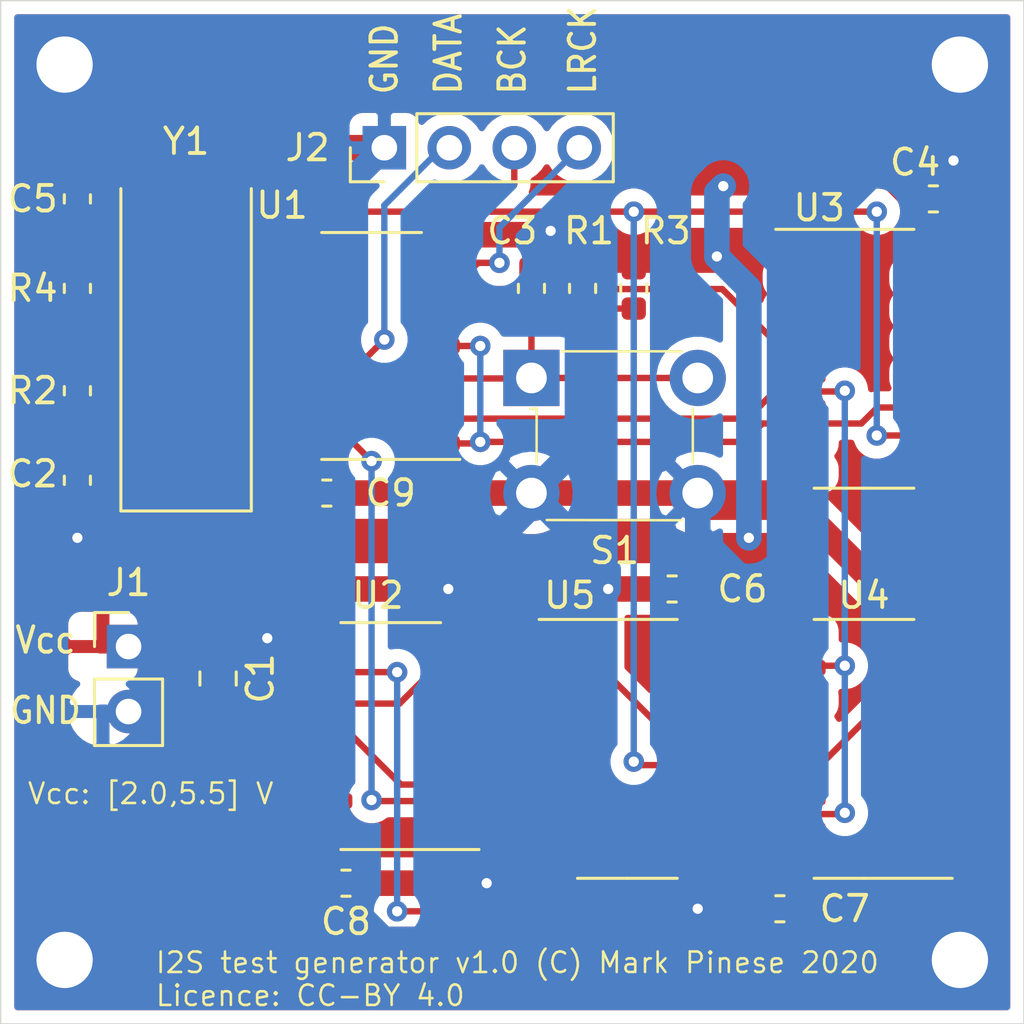
<source format=kicad_pcb>
(kicad_pcb (version 20171130) (host pcbnew "(5.1.6)-1")

  (general
    (thickness 1.6)
    (drawings 12)
    (tracks 251)
    (zones 0)
    (modules 26)
    (nets 46)
  )

  (page A4)
  (title_block
    (title "I2S test generator")
    (date 2020-09-18)
    (rev 1.0)
    (company "Mark Pinese")
    (comment 1 "(C) 2020")
    (comment 2 "Licenced for reuse under CC-BY 4.0")
  )

  (layers
    (0 F.Cu signal)
    (31 B.Cu signal)
    (32 B.Adhes user)
    (33 F.Adhes user)
    (34 B.Paste user)
    (35 F.Paste user)
    (36 B.SilkS user)
    (37 F.SilkS user)
    (38 B.Mask user)
    (39 F.Mask user)
    (40 Dwgs.User user)
    (41 Cmts.User user)
    (42 Eco1.User user)
    (43 Eco2.User user)
    (44 Edge.Cuts user)
    (45 Margin user)
    (46 B.CrtYd user)
    (47 F.CrtYd user)
    (48 B.Fab user)
    (49 F.Fab user hide)
  )

  (setup
    (last_trace_width 1)
    (user_trace_width 0.5)
    (user_trace_width 1)
    (trace_clearance 0.2)
    (zone_clearance 0.508)
    (zone_45_only yes)
    (trace_min 0.2)
    (via_size 0.8)
    (via_drill 0.4)
    (via_min_size 0.4)
    (via_min_drill 0.3)
    (uvia_size 0.3)
    (uvia_drill 0.1)
    (uvias_allowed no)
    (uvia_min_size 0.2)
    (uvia_min_drill 0.1)
    (edge_width 0.05)
    (segment_width 0.2)
    (pcb_text_width 0.3)
    (pcb_text_size 1.5 1.5)
    (mod_edge_width 0.12)
    (mod_text_size 1 1)
    (mod_text_width 0.15)
    (pad_size 1.524 1.524)
    (pad_drill 0.762)
    (pad_to_mask_clearance 0.05)
    (aux_axis_origin 0 0)
    (visible_elements 7FFFFFFF)
    (pcbplotparams
      (layerselection 0x010fc_ffffffff)
      (usegerberextensions false)
      (usegerberattributes true)
      (usegerberadvancedattributes true)
      (creategerberjobfile true)
      (excludeedgelayer true)
      (linewidth 0.100000)
      (plotframeref false)
      (viasonmask false)
      (mode 1)
      (useauxorigin false)
      (hpglpennumber 1)
      (hpglpenspeed 20)
      (hpglpendiameter 15.000000)
      (psnegative false)
      (psa4output false)
      (plotreference true)
      (plotvalue true)
      (plotinvisibletext false)
      (padsonsilk false)
      (subtractmaskfromsilk false)
      (outputformat 1)
      (mirror false)
      (drillshape 1)
      (scaleselection 1)
      (outputdirectory ""))
  )

  (net 0 "")
  (net 1 GNDD)
  (net 2 +3V3)
  (net 3 "Net-(C2-Pad1)")
  (net 4 "Net-(C3-Pad1)")
  (net 5 /LRCK)
  (net 6 /BCK)
  (net 7 /DATA)
  (net 8 "Net-(U1-Pad13)")
  (net 9 /~Reset)
  (net 10 /Reset)
  (net 11 "Net-(U2-Pad12)")
  (net 12 "Net-(U2-Pad11)")
  (net 13 "Net-(U2-Pad10)")
  (net 14 "Net-(U2-Pad9)")
  (net 15 "Net-(U2-Pad3)")
  (net 16 "Net-(U2-Pad4)")
  (net 17 "Net-(U2-Pad1)")
  (net 18 "Net-(U3-Pad14)")
  (net 19 "Net-(U3-Pad13)")
  (net 20 "Net-(U3-Pad12)")
  (net 21 "Net-(U3-Pad9)")
  (net 22 "Net-(U3-Pad7)")
  (net 23 "Net-(U3-Pad6)")
  (net 24 "Net-(U3-Pad5)")
  (net 25 "Net-(U3-Pad3)")
  (net 26 "Net-(U3-Pad2)")
  (net 27 "Net-(U3-Pad1)")
  (net 28 "Net-(U4-Pad15)")
  (net 29 "Net-(U4-Pad9)")
  (net 30 "Net-(U4-Pad7)")
  (net 31 "Net-(U4-Pad6)")
  (net 32 "Net-(U4-Pad5)")
  (net 33 "Net-(U4-Pad4)")
  (net 34 "Net-(U4-Pad2)")
  (net 35 "Net-(U4-Pad1)")
  (net 36 "Net-(U5-Pad15)")
  (net 37 "Net-(U5-Pad9)")
  (net 38 "Net-(U5-Pad5)")
  (net 39 "Net-(U5-Pad3)")
  (net 40 "Net-(U5-Pad2)")
  (net 41 "Net-(U5-Pad1)")
  (net 42 "Net-(U3-Pad15)")
  (net 43 "Net-(C5-Pad1)")
  (net 44 "Net-(R2-Pad1)")
  (net 45 "Net-(U1-Pad5)")

  (net_class Default "This is the default net class."
    (clearance 0.2)
    (trace_width 0.25)
    (via_dia 0.8)
    (via_drill 0.4)
    (uvia_dia 0.3)
    (uvia_drill 0.1)
    (add_net +3V3)
    (add_net /BCK)
    (add_net /DATA)
    (add_net /LRCK)
    (add_net /Reset)
    (add_net /~Reset)
    (add_net GNDD)
    (add_net "Net-(C2-Pad1)")
    (add_net "Net-(C3-Pad1)")
    (add_net "Net-(C5-Pad1)")
    (add_net "Net-(R2-Pad1)")
    (add_net "Net-(U1-Pad13)")
    (add_net "Net-(U1-Pad5)")
    (add_net "Net-(U2-Pad1)")
    (add_net "Net-(U2-Pad10)")
    (add_net "Net-(U2-Pad11)")
    (add_net "Net-(U2-Pad12)")
    (add_net "Net-(U2-Pad3)")
    (add_net "Net-(U2-Pad4)")
    (add_net "Net-(U2-Pad9)")
    (add_net "Net-(U3-Pad1)")
    (add_net "Net-(U3-Pad12)")
    (add_net "Net-(U3-Pad13)")
    (add_net "Net-(U3-Pad14)")
    (add_net "Net-(U3-Pad15)")
    (add_net "Net-(U3-Pad2)")
    (add_net "Net-(U3-Pad3)")
    (add_net "Net-(U3-Pad5)")
    (add_net "Net-(U3-Pad6)")
    (add_net "Net-(U3-Pad7)")
    (add_net "Net-(U3-Pad9)")
    (add_net "Net-(U4-Pad1)")
    (add_net "Net-(U4-Pad15)")
    (add_net "Net-(U4-Pad2)")
    (add_net "Net-(U4-Pad4)")
    (add_net "Net-(U4-Pad5)")
    (add_net "Net-(U4-Pad6)")
    (add_net "Net-(U4-Pad7)")
    (add_net "Net-(U4-Pad9)")
    (add_net "Net-(U5-Pad1)")
    (add_net "Net-(U5-Pad15)")
    (add_net "Net-(U5-Pad2)")
    (add_net "Net-(U5-Pad3)")
    (add_net "Net-(U5-Pad5)")
    (add_net "Net-(U5-Pad9)")
  )

  (module MountingHole:MountingHole_2.2mm_M2 (layer F.Cu) (tedit 56D1B4CB) (tstamp 5F64D2D4)
    (at 167.5 117.5)
    (descr "Mounting Hole 2.2mm, no annular, M2")
    (tags "mounting hole 2.2mm no annular m2")
    (path /5F72B7B0)
    (attr virtual)
    (fp_text reference H4 (at 0 -3.2) (layer F.SilkS) hide
      (effects (font (size 1 1) (thickness 0.15)))
    )
    (fp_text value MountingHole (at 0 3.2) (layer F.Fab)
      (effects (font (size 1 1) (thickness 0.15)))
    )
    (fp_text user %R (at 0.3 0) (layer F.Fab)
      (effects (font (size 1 1) (thickness 0.15)))
    )
    (fp_circle (center 0 0) (end 2.2 0) (layer Cmts.User) (width 0.15))
    (fp_circle (center 0 0) (end 2.45 0) (layer F.CrtYd) (width 0.05))
    (pad 1 np_thru_hole circle (at 0 0) (size 2.2 2.2) (drill 2.2) (layers *.Cu *.Mask))
  )

  (module MountingHole:MountingHole_2.2mm_M2 (layer F.Cu) (tedit 56D1B4CB) (tstamp 5F64D2CC)
    (at 132.5 117.5)
    (descr "Mounting Hole 2.2mm, no annular, M2")
    (tags "mounting hole 2.2mm no annular m2")
    (path /5F72BA21)
    (attr virtual)
    (fp_text reference H3 (at 0 -3.2) (layer F.SilkS) hide
      (effects (font (size 1 1) (thickness 0.15)))
    )
    (fp_text value MountingHole (at 0 3.2) (layer F.Fab)
      (effects (font (size 1 1) (thickness 0.15)))
    )
    (fp_text user %R (at 0.3 0) (layer F.Fab)
      (effects (font (size 1 1) (thickness 0.15)))
    )
    (fp_circle (center 0 0) (end 2.2 0) (layer Cmts.User) (width 0.15))
    (fp_circle (center 0 0) (end 2.45 0) (layer F.CrtYd) (width 0.05))
    (pad 1 np_thru_hole circle (at 0 0) (size 2.2 2.2) (drill 2.2) (layers *.Cu *.Mask))
  )

  (module MountingHole:MountingHole_2.2mm_M2 (layer F.Cu) (tedit 56D1B4CB) (tstamp 5F64D2C4)
    (at 167.5 82.5)
    (descr "Mounting Hole 2.2mm, no annular, M2")
    (tags "mounting hole 2.2mm no annular m2")
    (path /5F72B5B5)
    (attr virtual)
    (fp_text reference H2 (at 0 -3.2) (layer F.SilkS) hide
      (effects (font (size 1 1) (thickness 0.15)))
    )
    (fp_text value MountingHole (at 0 3.2) (layer F.Fab)
      (effects (font (size 1 1) (thickness 0.15)))
    )
    (fp_text user %R (at 0.3 0) (layer F.Fab)
      (effects (font (size 1 1) (thickness 0.15)))
    )
    (fp_circle (center 0 0) (end 2.2 0) (layer Cmts.User) (width 0.15))
    (fp_circle (center 0 0) (end 2.45 0) (layer F.CrtYd) (width 0.05))
    (pad 1 np_thru_hole circle (at 0 0) (size 2.2 2.2) (drill 2.2) (layers *.Cu *.Mask))
  )

  (module MountingHole:MountingHole_2.2mm_M2 (layer F.Cu) (tedit 56D1B4CB) (tstamp 5F64D2BC)
    (at 132.5 82.5)
    (descr "Mounting Hole 2.2mm, no annular, M2")
    (tags "mounting hole 2.2mm no annular m2")
    (path /5F71D651)
    (attr virtual)
    (fp_text reference H1 (at 0 -3.2) (layer F.SilkS) hide
      (effects (font (size 1 1) (thickness 0.15)))
    )
    (fp_text value MountingHole (at 0 3.2) (layer F.Fab)
      (effects (font (size 1 1) (thickness 0.15)))
    )
    (fp_text user %R (at 0.3 0) (layer F.Fab)
      (effects (font (size 1 1) (thickness 0.15)))
    )
    (fp_circle (center 0 0) (end 2.2 0) (layer Cmts.User) (width 0.15))
    (fp_circle (center 0 0) (end 2.45 0) (layer F.CrtYd) (width 0.05))
    (pad 1 np_thru_hole circle (at 0 0) (size 2.2 2.2) (drill 2.2) (layers *.Cu *.Mask))
  )

  (module Package_SO:SOIC-14_3.9x8.7mm_P1.27mm (layer F.Cu) (tedit 5D9F72B1) (tstamp 5F6384DE)
    (at 144.5 93.5 180)
    (descr "SOIC, 14 Pin (JEDEC MS-012AB, https://www.analog.com/media/en/package-pcb-resources/package/pkg_pdf/soic_narrow-r/r_14.pdf), generated with kicad-footprint-generator ipc_gullwing_generator.py")
    (tags "SOIC SO")
    (path /5F67A1F1)
    (attr smd)
    (fp_text reference U1 (at 3.5 5.5) (layer F.SilkS)
      (effects (font (size 1 1) (thickness 0.15)))
    )
    (fp_text value 74ALVC14 (at 0 5.28) (layer F.Fab)
      (effects (font (size 1 1) (thickness 0.15)))
    )
    (fp_line (start 3.7 -4.58) (end -3.7 -4.58) (layer F.CrtYd) (width 0.05))
    (fp_line (start 3.7 4.58) (end 3.7 -4.58) (layer F.CrtYd) (width 0.05))
    (fp_line (start -3.7 4.58) (end 3.7 4.58) (layer F.CrtYd) (width 0.05))
    (fp_line (start -3.7 -4.58) (end -3.7 4.58) (layer F.CrtYd) (width 0.05))
    (fp_line (start -1.95 -3.35) (end -0.975 -4.325) (layer F.Fab) (width 0.1))
    (fp_line (start -1.95 4.325) (end -1.95 -3.35) (layer F.Fab) (width 0.1))
    (fp_line (start 1.95 4.325) (end -1.95 4.325) (layer F.Fab) (width 0.1))
    (fp_line (start 1.95 -4.325) (end 1.95 4.325) (layer F.Fab) (width 0.1))
    (fp_line (start -0.975 -4.325) (end 1.95 -4.325) (layer F.Fab) (width 0.1))
    (fp_line (start 0 -4.435) (end -3.45 -4.435) (layer F.SilkS) (width 0.12))
    (fp_line (start 0 -4.435) (end 1.95 -4.435) (layer F.SilkS) (width 0.12))
    (fp_line (start 0 4.435) (end -1.95 4.435) (layer F.SilkS) (width 0.12))
    (fp_line (start 0 4.435) (end 1.95 4.435) (layer F.SilkS) (width 0.12))
    (fp_text user %R (at 0 0) (layer F.Fab)
      (effects (font (size 0.98 0.98) (thickness 0.15)))
    )
    (pad 14 smd roundrect (at 2.475 -3.81 180) (size 1.95 0.6) (layers F.Cu F.Paste F.Mask) (roundrect_rratio 0.25)
      (net 2 +3V3))
    (pad 13 smd roundrect (at 2.475 -2.54 180) (size 1.95 0.6) (layers F.Cu F.Paste F.Mask) (roundrect_rratio 0.25)
      (net 8 "Net-(U1-Pad13)"))
    (pad 12 smd roundrect (at 2.475 -1.27 180) (size 1.95 0.6) (layers F.Cu F.Paste F.Mask) (roundrect_rratio 0.25)
      (net 7 /DATA))
    (pad 11 smd roundrect (at 2.475 0 180) (size 1.95 0.6) (layers F.Cu F.Paste F.Mask) (roundrect_rratio 0.25)
      (net 3 "Net-(C2-Pad1)"))
    (pad 10 smd roundrect (at 2.475 1.27 180) (size 1.95 0.6) (layers F.Cu F.Paste F.Mask) (roundrect_rratio 0.25)
      (net 44 "Net-(R2-Pad1)"))
    (pad 9 smd roundrect (at 2.475 2.54 180) (size 1.95 0.6) (layers F.Cu F.Paste F.Mask) (roundrect_rratio 0.25)
      (net 44 "Net-(R2-Pad1)"))
    (pad 8 smd roundrect (at 2.475 3.81 180) (size 1.95 0.6) (layers F.Cu F.Paste F.Mask) (roundrect_rratio 0.25)
      (net 6 /BCK))
    (pad 7 smd roundrect (at -2.475 3.81 180) (size 1.95 0.6) (layers F.Cu F.Paste F.Mask) (roundrect_rratio 0.25)
      (net 1 GNDD))
    (pad 6 smd roundrect (at -2.475 2.54 180) (size 1.95 0.6) (layers F.Cu F.Paste F.Mask) (roundrect_rratio 0.25)
      (net 5 /LRCK))
    (pad 5 smd roundrect (at -2.475 1.27 180) (size 1.95 0.6) (layers F.Cu F.Paste F.Mask) (roundrect_rratio 0.25)
      (net 45 "Net-(U1-Pad5)"))
    (pad 4 smd roundrect (at -2.475 0 180) (size 1.95 0.6) (layers F.Cu F.Paste F.Mask) (roundrect_rratio 0.25)
      (net 10 /Reset))
    (pad 3 smd roundrect (at -2.475 -1.27 180) (size 1.95 0.6) (layers F.Cu F.Paste F.Mask) (roundrect_rratio 0.25)
      (net 4 "Net-(C3-Pad1)"))
    (pad 2 smd roundrect (at -2.475 -2.54 180) (size 1.95 0.6) (layers F.Cu F.Paste F.Mask) (roundrect_rratio 0.25)
      (net 9 /~Reset))
    (pad 1 smd roundrect (at -2.475 -3.81 180) (size 1.95 0.6) (layers F.Cu F.Paste F.Mask) (roundrect_rratio 0.25)
      (net 10 /Reset))
    (model ${KISYS3DMOD}/Package_SO.3dshapes/SOIC-14_3.9x8.7mm_P1.27mm.wrl
      (at (xyz 0 0 0))
      (scale (xyz 1 1 1))
      (rotate (xyz 0 0 0))
    )
  )

  (module Package_SO:SOIC-16_3.9x9.9mm_P1.27mm (layer F.Cu) (tedit 5D9F72B1) (tstamp 5F638542)
    (at 163.75 109.25 180)
    (descr "SOIC, 16 Pin (JEDEC MS-012AC, https://www.analog.com/media/en/package-pcb-resources/package/pkg_pdf/soic_narrow-r/r_16.pdf), generated with kicad-footprint-generator ipc_gullwing_generator.py")
    (tags "SOIC SO")
    (path /5F62CF57)
    (attr smd)
    (fp_text reference U4 (at 0 6) (layer F.SilkS)
      (effects (font (size 1 1) (thickness 0.15)))
    )
    (fp_text value 74AHC595 (at 0 5.9) (layer F.Fab)
      (effects (font (size 1 1) (thickness 0.15)))
    )
    (fp_line (start 3.7 -5.2) (end -3.7 -5.2) (layer F.CrtYd) (width 0.05))
    (fp_line (start 3.7 5.2) (end 3.7 -5.2) (layer F.CrtYd) (width 0.05))
    (fp_line (start -3.7 5.2) (end 3.7 5.2) (layer F.CrtYd) (width 0.05))
    (fp_line (start -3.7 -5.2) (end -3.7 5.2) (layer F.CrtYd) (width 0.05))
    (fp_line (start -1.95 -3.975) (end -0.975 -4.95) (layer F.Fab) (width 0.1))
    (fp_line (start -1.95 4.95) (end -1.95 -3.975) (layer F.Fab) (width 0.1))
    (fp_line (start 1.95 4.95) (end -1.95 4.95) (layer F.Fab) (width 0.1))
    (fp_line (start 1.95 -4.95) (end 1.95 4.95) (layer F.Fab) (width 0.1))
    (fp_line (start -0.975 -4.95) (end 1.95 -4.95) (layer F.Fab) (width 0.1))
    (fp_line (start 0 -5.06) (end -3.45 -5.06) (layer F.SilkS) (width 0.12))
    (fp_line (start 0 -5.06) (end 1.95 -5.06) (layer F.SilkS) (width 0.12))
    (fp_line (start 0 5.06) (end -1.95 5.06) (layer F.SilkS) (width 0.12))
    (fp_line (start 0 5.06) (end 1.95 5.06) (layer F.SilkS) (width 0.12))
    (fp_text user %R (at 0 0) (layer F.Fab)
      (effects (font (size 0.98 0.98) (thickness 0.15)))
    )
    (pad 16 smd roundrect (at 2.475 -4.445 180) (size 1.95 0.6) (layers F.Cu F.Paste F.Mask) (roundrect_rratio 0.25)
      (net 2 +3V3))
    (pad 15 smd roundrect (at 2.475 -3.175 180) (size 1.95 0.6) (layers F.Cu F.Paste F.Mask) (roundrect_rratio 0.25)
      (net 28 "Net-(U4-Pad15)"))
    (pad 14 smd roundrect (at 2.475 -1.905 180) (size 1.95 0.6) (layers F.Cu F.Paste F.Mask) (roundrect_rratio 0.25)
      (net 12 "Net-(U2-Pad11)"))
    (pad 13 smd roundrect (at 2.475 -0.635 180) (size 1.95 0.6) (layers F.Cu F.Paste F.Mask) (roundrect_rratio 0.25)
      (net 1 GNDD))
    (pad 12 smd roundrect (at 2.475 0.635 180) (size 1.95 0.6) (layers F.Cu F.Paste F.Mask) (roundrect_rratio 0.25)
      (net 6 /BCK))
    (pad 11 smd roundrect (at 2.475 1.905 180) (size 1.95 0.6) (layers F.Cu F.Paste F.Mask) (roundrect_rratio 0.25)
      (net 6 /BCK))
    (pad 10 smd roundrect (at 2.475 3.175 180) (size 1.95 0.6) (layers F.Cu F.Paste F.Mask) (roundrect_rratio 0.25)
      (net 9 /~Reset))
    (pad 9 smd roundrect (at 2.475 4.445 180) (size 1.95 0.6) (layers F.Cu F.Paste F.Mask) (roundrect_rratio 0.25)
      (net 29 "Net-(U4-Pad9)"))
    (pad 8 smd roundrect (at -2.475 4.445 180) (size 1.95 0.6) (layers F.Cu F.Paste F.Mask) (roundrect_rratio 0.25)
      (net 1 GNDD))
    (pad 7 smd roundrect (at -2.475 3.175 180) (size 1.95 0.6) (layers F.Cu F.Paste F.Mask) (roundrect_rratio 0.25)
      (net 30 "Net-(U4-Pad7)"))
    (pad 6 smd roundrect (at -2.475 1.905 180) (size 1.95 0.6) (layers F.Cu F.Paste F.Mask) (roundrect_rratio 0.25)
      (net 31 "Net-(U4-Pad6)"))
    (pad 5 smd roundrect (at -2.475 0.635 180) (size 1.95 0.6) (layers F.Cu F.Paste F.Mask) (roundrect_rratio 0.25)
      (net 32 "Net-(U4-Pad5)"))
    (pad 4 smd roundrect (at -2.475 -0.635 180) (size 1.95 0.6) (layers F.Cu F.Paste F.Mask) (roundrect_rratio 0.25)
      (net 33 "Net-(U4-Pad4)"))
    (pad 3 smd roundrect (at -2.475 -1.905 180) (size 1.95 0.6) (layers F.Cu F.Paste F.Mask) (roundrect_rratio 0.25)
      (net 14 "Net-(U2-Pad9)"))
    (pad 2 smd roundrect (at -2.475 -3.175 180) (size 1.95 0.6) (layers F.Cu F.Paste F.Mask) (roundrect_rratio 0.25)
      (net 34 "Net-(U4-Pad2)"))
    (pad 1 smd roundrect (at -2.475 -4.445 180) (size 1.95 0.6) (layers F.Cu F.Paste F.Mask) (roundrect_rratio 0.25)
      (net 35 "Net-(U4-Pad1)"))
    (model ${KISYS3DMOD}/Package_SO.3dshapes/SOIC-16_3.9x9.9mm_P1.27mm.wrl
      (at (xyz 0 0 0))
      (scale (xyz 1 1 1))
      (rotate (xyz 0 0 0))
    )
  )

  (module Capacitor_SMD:C_0603_1608Metric (layer F.Cu) (tedit 5B301BBE) (tstamp 5F639696)
    (at 142.75 99.25)
    (descr "Capacitor SMD 0603 (1608 Metric), square (rectangular) end terminal, IPC_7351 nominal, (Body size source: http://www.tortai-tech.com/upload/download/2011102023233369053.pdf), generated with kicad-footprint-generator")
    (tags capacitor)
    (path /5F69CA22)
    (attr smd)
    (fp_text reference C9 (at 2.5 0) (layer F.SilkS)
      (effects (font (size 1 1) (thickness 0.15)))
    )
    (fp_text value 100n (at 0 1.43) (layer F.Fab)
      (effects (font (size 1 1) (thickness 0.15)))
    )
    (fp_line (start 1.48 0.73) (end -1.48 0.73) (layer F.CrtYd) (width 0.05))
    (fp_line (start 1.48 -0.73) (end 1.48 0.73) (layer F.CrtYd) (width 0.05))
    (fp_line (start -1.48 -0.73) (end 1.48 -0.73) (layer F.CrtYd) (width 0.05))
    (fp_line (start -1.48 0.73) (end -1.48 -0.73) (layer F.CrtYd) (width 0.05))
    (fp_line (start -0.162779 0.51) (end 0.162779 0.51) (layer F.SilkS) (width 0.12))
    (fp_line (start -0.162779 -0.51) (end 0.162779 -0.51) (layer F.SilkS) (width 0.12))
    (fp_line (start 0.8 0.4) (end -0.8 0.4) (layer F.Fab) (width 0.1))
    (fp_line (start 0.8 -0.4) (end 0.8 0.4) (layer F.Fab) (width 0.1))
    (fp_line (start -0.8 -0.4) (end 0.8 -0.4) (layer F.Fab) (width 0.1))
    (fp_line (start -0.8 0.4) (end -0.8 -0.4) (layer F.Fab) (width 0.1))
    (fp_text user %R (at 0 0) (layer F.Fab)
      (effects (font (size 0.4 0.4) (thickness 0.06)))
    )
    (pad 2 smd roundrect (at 0.7875 0) (size 0.875 0.95) (layers F.Cu F.Paste F.Mask) (roundrect_rratio 0.25)
      (net 1 GNDD))
    (pad 1 smd roundrect (at -0.7875 0) (size 0.875 0.95) (layers F.Cu F.Paste F.Mask) (roundrect_rratio 0.25)
      (net 2 +3V3))
    (model ${KISYS3DMOD}/Capacitor_SMD.3dshapes/C_0603_1608Metric.wrl
      (at (xyz 0 0 0))
      (scale (xyz 1 1 1))
      (rotate (xyz 0 0 0))
    )
  )

  (module Crystal:Crystal_SMD_HC49-SD (layer F.Cu) (tedit 5A1AD52C) (tstamp 5F63857A)
    (at 137.25 93.25 90)
    (descr "SMD Crystal HC-49-SD http://cdn-reichelt.de/documents/datenblatt/B400/xxx-HC49-SMD.pdf, 11.4x4.7mm^2 package")
    (tags "SMD SMT crystal")
    (path /5F7381F5)
    (attr smd)
    (fp_text reference Y1 (at 7.75 0 180) (layer F.SilkS)
      (effects (font (size 1 1) (thickness 0.15)))
    )
    (fp_text value Crystal (at 0 3.55 90) (layer F.Fab)
      (effects (font (size 1 1) (thickness 0.15)))
    )
    (fp_line (start 6.8 -2.6) (end -6.8 -2.6) (layer F.CrtYd) (width 0.05))
    (fp_line (start 6.8 2.6) (end 6.8 -2.6) (layer F.CrtYd) (width 0.05))
    (fp_line (start -6.8 2.6) (end 6.8 2.6) (layer F.CrtYd) (width 0.05))
    (fp_line (start -6.8 -2.6) (end -6.8 2.6) (layer F.CrtYd) (width 0.05))
    (fp_line (start -6.7 2.55) (end 5.9 2.55) (layer F.SilkS) (width 0.12))
    (fp_line (start -6.7 -2.55) (end -6.7 2.55) (layer F.SilkS) (width 0.12))
    (fp_line (start 5.9 -2.55) (end -6.7 -2.55) (layer F.SilkS) (width 0.12))
    (fp_line (start -3.015 2.115) (end 3.015 2.115) (layer F.Fab) (width 0.1))
    (fp_line (start -3.015 -2.115) (end 3.015 -2.115) (layer F.Fab) (width 0.1))
    (fp_line (start 5.7 -2.35) (end -5.7 -2.35) (layer F.Fab) (width 0.1))
    (fp_line (start 5.7 2.35) (end 5.7 -2.35) (layer F.Fab) (width 0.1))
    (fp_line (start -5.7 2.35) (end 5.7 2.35) (layer F.Fab) (width 0.1))
    (fp_line (start -5.7 -2.35) (end -5.7 2.35) (layer F.Fab) (width 0.1))
    (fp_arc (start 3.015 0) (end 3.015 -2.115) (angle 180) (layer F.Fab) (width 0.1))
    (fp_arc (start -3.015 0) (end -3.015 -2.115) (angle -180) (layer F.Fab) (width 0.1))
    (fp_text user %R (at 0 0 90) (layer F.Fab)
      (effects (font (size 1 1) (thickness 0.15)))
    )
    (pad 2 smd rect (at 4.25 0 90) (size 4.5 2) (layers F.Cu F.Paste F.Mask)
      (net 43 "Net-(C5-Pad1)"))
    (pad 1 smd rect (at -4.25 0 90) (size 4.5 2) (layers F.Cu F.Paste F.Mask)
      (net 3 "Net-(C2-Pad1)"))
    (model ${KISYS3DMOD}/Crystal.3dshapes/Crystal_SMD_HC49-SD.wrl
      (at (xyz 0 0 0))
      (scale (xyz 1 1 1))
      (rotate (xyz 0 0 0))
    )
  )

  (module Package_SO:SOIC-16_3.9x9.9mm_P1.27mm (layer F.Cu) (tedit 5D9F72B1) (tstamp 5F638564)
    (at 154.5 109.25)
    (descr "SOIC, 16 Pin (JEDEC MS-012AC, https://www.analog.com/media/en/package-pcb-resources/package/pkg_pdf/soic_narrow-r/r_16.pdf), generated with kicad-footprint-generator ipc_gullwing_generator.py")
    (tags "SOIC SO")
    (path /5F634650)
    (attr smd)
    (fp_text reference U5 (at -2.25 -6) (layer F.SilkS)
      (effects (font (size 1 1) (thickness 0.15)))
    )
    (fp_text value 74AHC595 (at 0 5.9) (layer F.Fab)
      (effects (font (size 1 1) (thickness 0.15)))
    )
    (fp_line (start 3.7 -5.2) (end -3.7 -5.2) (layer F.CrtYd) (width 0.05))
    (fp_line (start 3.7 5.2) (end 3.7 -5.2) (layer F.CrtYd) (width 0.05))
    (fp_line (start -3.7 5.2) (end 3.7 5.2) (layer F.CrtYd) (width 0.05))
    (fp_line (start -3.7 -5.2) (end -3.7 5.2) (layer F.CrtYd) (width 0.05))
    (fp_line (start -1.95 -3.975) (end -0.975 -4.95) (layer F.Fab) (width 0.1))
    (fp_line (start -1.95 4.95) (end -1.95 -3.975) (layer F.Fab) (width 0.1))
    (fp_line (start 1.95 4.95) (end -1.95 4.95) (layer F.Fab) (width 0.1))
    (fp_line (start 1.95 -4.95) (end 1.95 4.95) (layer F.Fab) (width 0.1))
    (fp_line (start -0.975 -4.95) (end 1.95 -4.95) (layer F.Fab) (width 0.1))
    (fp_line (start 0 -5.06) (end -3.45 -5.06) (layer F.SilkS) (width 0.12))
    (fp_line (start 0 -5.06) (end 1.95 -5.06) (layer F.SilkS) (width 0.12))
    (fp_line (start 0 5.06) (end -1.95 5.06) (layer F.SilkS) (width 0.12))
    (fp_line (start 0 5.06) (end 1.95 5.06) (layer F.SilkS) (width 0.12))
    (fp_text user %R (at 0 0) (layer F.Fab)
      (effects (font (size 0.98 0.98) (thickness 0.15)))
    )
    (pad 16 smd roundrect (at 2.475 -4.445) (size 1.95 0.6) (layers F.Cu F.Paste F.Mask) (roundrect_rratio 0.25)
      (net 2 +3V3))
    (pad 15 smd roundrect (at 2.475 -3.175) (size 1.95 0.6) (layers F.Cu F.Paste F.Mask) (roundrect_rratio 0.25)
      (net 36 "Net-(U5-Pad15)"))
    (pad 14 smd roundrect (at 2.475 -1.905) (size 1.95 0.6) (layers F.Cu F.Paste F.Mask) (roundrect_rratio 0.25)
      (net 29 "Net-(U4-Pad9)"))
    (pad 13 smd roundrect (at 2.475 -0.635) (size 1.95 0.6) (layers F.Cu F.Paste F.Mask) (roundrect_rratio 0.25)
      (net 1 GNDD))
    (pad 12 smd roundrect (at 2.475 0.635) (size 1.95 0.6) (layers F.Cu F.Paste F.Mask) (roundrect_rratio 0.25)
      (net 6 /BCK))
    (pad 11 smd roundrect (at 2.475 1.905) (size 1.95 0.6) (layers F.Cu F.Paste F.Mask) (roundrect_rratio 0.25)
      (net 6 /BCK))
    (pad 10 smd roundrect (at 2.475 3.175) (size 1.95 0.6) (layers F.Cu F.Paste F.Mask) (roundrect_rratio 0.25)
      (net 9 /~Reset))
    (pad 9 smd roundrect (at 2.475 4.445) (size 1.95 0.6) (layers F.Cu F.Paste F.Mask) (roundrect_rratio 0.25)
      (net 37 "Net-(U5-Pad9)"))
    (pad 8 smd roundrect (at -2.475 4.445) (size 1.95 0.6) (layers F.Cu F.Paste F.Mask) (roundrect_rratio 0.25)
      (net 1 GNDD))
    (pad 7 smd roundrect (at -2.475 3.175) (size 1.95 0.6) (layers F.Cu F.Paste F.Mask) (roundrect_rratio 0.25)
      (net 8 "Net-(U1-Pad13)"))
    (pad 6 smd roundrect (at -2.475 1.905) (size 1.95 0.6) (layers F.Cu F.Paste F.Mask) (roundrect_rratio 0.25)
      (net 17 "Net-(U2-Pad1)"))
    (pad 5 smd roundrect (at -2.475 0.635) (size 1.95 0.6) (layers F.Cu F.Paste F.Mask) (roundrect_rratio 0.25)
      (net 38 "Net-(U5-Pad5)"))
    (pad 4 smd roundrect (at -2.475 -0.635) (size 1.95 0.6) (layers F.Cu F.Paste F.Mask) (roundrect_rratio 0.25)
      (net 16 "Net-(U2-Pad4)"))
    (pad 3 smd roundrect (at -2.475 -1.905) (size 1.95 0.6) (layers F.Cu F.Paste F.Mask) (roundrect_rratio 0.25)
      (net 39 "Net-(U5-Pad3)"))
    (pad 2 smd roundrect (at -2.475 -3.175) (size 1.95 0.6) (layers F.Cu F.Paste F.Mask) (roundrect_rratio 0.25)
      (net 40 "Net-(U5-Pad2)"))
    (pad 1 smd roundrect (at -2.475 -4.445) (size 1.95 0.6) (layers F.Cu F.Paste F.Mask) (roundrect_rratio 0.25)
      (net 41 "Net-(U5-Pad1)"))
    (model ${KISYS3DMOD}/Package_SO.3dshapes/SOIC-16_3.9x9.9mm_P1.27mm.wrl
      (at (xyz 0 0 0))
      (scale (xyz 1 1 1))
      (rotate (xyz 0 0 0))
    )
  )

  (module Package_SO:SOIC-16_3.9x9.9mm_P1.27mm (layer F.Cu) (tedit 5D9F72B1) (tstamp 5F638520)
    (at 163.75 94)
    (descr "SOIC, 16 Pin (JEDEC MS-012AC, https://www.analog.com/media/en/package-pcb-resources/package/pkg_pdf/soic_narrow-r/r_16.pdf), generated with kicad-footprint-generator ipc_gullwing_generator.py")
    (tags "SOIC SO")
    (path /5F63DF71)
    (attr smd)
    (fp_text reference U3 (at -1.75 -5.9) (layer F.SilkS)
      (effects (font (size 1 1) (thickness 0.15)))
    )
    (fp_text value 74HC4020 (at 0 5.9) (layer F.Fab)
      (effects (font (size 1 1) (thickness 0.15)))
    )
    (fp_line (start 3.7 -5.2) (end -3.7 -5.2) (layer F.CrtYd) (width 0.05))
    (fp_line (start 3.7 5.2) (end 3.7 -5.2) (layer F.CrtYd) (width 0.05))
    (fp_line (start -3.7 5.2) (end 3.7 5.2) (layer F.CrtYd) (width 0.05))
    (fp_line (start -3.7 -5.2) (end -3.7 5.2) (layer F.CrtYd) (width 0.05))
    (fp_line (start -1.95 -3.975) (end -0.975 -4.95) (layer F.Fab) (width 0.1))
    (fp_line (start -1.95 4.95) (end -1.95 -3.975) (layer F.Fab) (width 0.1))
    (fp_line (start 1.95 4.95) (end -1.95 4.95) (layer F.Fab) (width 0.1))
    (fp_line (start 1.95 -4.95) (end 1.95 4.95) (layer F.Fab) (width 0.1))
    (fp_line (start -0.975 -4.95) (end 1.95 -4.95) (layer F.Fab) (width 0.1))
    (fp_line (start 0 -5.06) (end -3.45 -5.06) (layer F.SilkS) (width 0.12))
    (fp_line (start 0 -5.06) (end 1.95 -5.06) (layer F.SilkS) (width 0.12))
    (fp_line (start 0 5.06) (end -1.95 5.06) (layer F.SilkS) (width 0.12))
    (fp_line (start 0 5.06) (end 1.95 5.06) (layer F.SilkS) (width 0.12))
    (fp_text user %R (at 0 0) (layer F.Fab)
      (effects (font (size 0.98 0.98) (thickness 0.15)))
    )
    (pad 16 smd roundrect (at 2.475 -4.445) (size 1.95 0.6) (layers F.Cu F.Paste F.Mask) (roundrect_rratio 0.25)
      (net 2 +3V3))
    (pad 15 smd roundrect (at 2.475 -3.175) (size 1.95 0.6) (layers F.Cu F.Paste F.Mask) (roundrect_rratio 0.25)
      (net 42 "Net-(U3-Pad15)"))
    (pad 14 smd roundrect (at 2.475 -1.905) (size 1.95 0.6) (layers F.Cu F.Paste F.Mask) (roundrect_rratio 0.25)
      (net 18 "Net-(U3-Pad14)"))
    (pad 13 smd roundrect (at 2.475 -0.635) (size 1.95 0.6) (layers F.Cu F.Paste F.Mask) (roundrect_rratio 0.25)
      (net 19 "Net-(U3-Pad13)"))
    (pad 12 smd roundrect (at 2.475 0.635) (size 1.95 0.6) (layers F.Cu F.Paste F.Mask) (roundrect_rratio 0.25)
      (net 20 "Net-(U3-Pad12)"))
    (pad 11 smd roundrect (at 2.475 1.905) (size 1.95 0.6) (layers F.Cu F.Paste F.Mask) (roundrect_rratio 0.25)
      (net 10 /Reset))
    (pad 10 smd roundrect (at 2.475 3.175) (size 1.95 0.6) (layers F.Cu F.Paste F.Mask) (roundrect_rratio 0.25)
      (net 6 /BCK))
    (pad 9 smd roundrect (at 2.475 4.445) (size 1.95 0.6) (layers F.Cu F.Paste F.Mask) (roundrect_rratio 0.25)
      (net 21 "Net-(U3-Pad9)"))
    (pad 8 smd roundrect (at -2.475 4.445) (size 1.95 0.6) (layers F.Cu F.Paste F.Mask) (roundrect_rratio 0.25)
      (net 1 GNDD))
    (pad 7 smd roundrect (at -2.475 3.175) (size 1.95 0.6) (layers F.Cu F.Paste F.Mask) (roundrect_rratio 0.25)
      (net 22 "Net-(U3-Pad7)"))
    (pad 6 smd roundrect (at -2.475 1.905) (size 1.95 0.6) (layers F.Cu F.Paste F.Mask) (roundrect_rratio 0.25)
      (net 23 "Net-(U3-Pad6)"))
    (pad 5 smd roundrect (at -2.475 0.635) (size 1.95 0.6) (layers F.Cu F.Paste F.Mask) (roundrect_rratio 0.25)
      (net 24 "Net-(U3-Pad5)"))
    (pad 4 smd roundrect (at -2.475 -0.635) (size 1.95 0.6) (layers F.Cu F.Paste F.Mask) (roundrect_rratio 0.25)
      (net 45 "Net-(U1-Pad5)"))
    (pad 3 smd roundrect (at -2.475 -1.905) (size 1.95 0.6) (layers F.Cu F.Paste F.Mask) (roundrect_rratio 0.25)
      (net 25 "Net-(U3-Pad3)"))
    (pad 2 smd roundrect (at -2.475 -3.175) (size 1.95 0.6) (layers F.Cu F.Paste F.Mask) (roundrect_rratio 0.25)
      (net 26 "Net-(U3-Pad2)"))
    (pad 1 smd roundrect (at -2.475 -4.445) (size 1.95 0.6) (layers F.Cu F.Paste F.Mask) (roundrect_rratio 0.25)
      (net 27 "Net-(U3-Pad1)"))
    (model ${KISYS3DMOD}/Package_SO.3dshapes/SOIC-16_3.9x9.9mm_P1.27mm.wrl
      (at (xyz 0 0 0))
      (scale (xyz 1 1 1))
      (rotate (xyz 0 0 0))
    )
  )

  (module Package_SO:SOIC-14_3.9x8.7mm_P1.27mm (layer F.Cu) (tedit 5D9F72B1) (tstamp 5F6384FE)
    (at 145.25 108.75 180)
    (descr "SOIC, 14 Pin (JEDEC MS-012AB, https://www.analog.com/media/en/package-pcb-resources/package/pkg_pdf/soic_narrow-r/r_14.pdf), generated with kicad-footprint-generator ipc_gullwing_generator.py")
    (tags "SOIC SO")
    (path /5F65C0B3)
    (attr smd)
    (fp_text reference U2 (at 0.5 5.5) (layer F.SilkS)
      (effects (font (size 1 1) (thickness 0.15)))
    )
    (fp_text value 74AHC86 (at 0 5.28) (layer F.Fab)
      (effects (font (size 1 1) (thickness 0.15)))
    )
    (fp_line (start 3.7 -4.58) (end -3.7 -4.58) (layer F.CrtYd) (width 0.05))
    (fp_line (start 3.7 4.58) (end 3.7 -4.58) (layer F.CrtYd) (width 0.05))
    (fp_line (start -3.7 4.58) (end 3.7 4.58) (layer F.CrtYd) (width 0.05))
    (fp_line (start -3.7 -4.58) (end -3.7 4.58) (layer F.CrtYd) (width 0.05))
    (fp_line (start -1.95 -3.35) (end -0.975 -4.325) (layer F.Fab) (width 0.1))
    (fp_line (start -1.95 4.325) (end -1.95 -3.35) (layer F.Fab) (width 0.1))
    (fp_line (start 1.95 4.325) (end -1.95 4.325) (layer F.Fab) (width 0.1))
    (fp_line (start 1.95 -4.325) (end 1.95 4.325) (layer F.Fab) (width 0.1))
    (fp_line (start -0.975 -4.325) (end 1.95 -4.325) (layer F.Fab) (width 0.1))
    (fp_line (start 0 -4.435) (end -3.45 -4.435) (layer F.SilkS) (width 0.12))
    (fp_line (start 0 -4.435) (end 1.95 -4.435) (layer F.SilkS) (width 0.12))
    (fp_line (start 0 4.435) (end -1.95 4.435) (layer F.SilkS) (width 0.12))
    (fp_line (start 0 4.435) (end 1.95 4.435) (layer F.SilkS) (width 0.12))
    (fp_text user %R (at 0 0) (layer F.Fab)
      (effects (font (size 0.98 0.98) (thickness 0.15)))
    )
    (pad 14 smd roundrect (at 2.475 -3.81 180) (size 1.95 0.6) (layers F.Cu F.Paste F.Mask) (roundrect_rratio 0.25)
      (net 2 +3V3))
    (pad 13 smd roundrect (at 2.475 -2.54 180) (size 1.95 0.6) (layers F.Cu F.Paste F.Mask) (roundrect_rratio 0.25)
      (net 2 +3V3))
    (pad 12 smd roundrect (at 2.475 -1.27 180) (size 1.95 0.6) (layers F.Cu F.Paste F.Mask) (roundrect_rratio 0.25)
      (net 11 "Net-(U2-Pad12)"))
    (pad 11 smd roundrect (at 2.475 0 180) (size 1.95 0.6) (layers F.Cu F.Paste F.Mask) (roundrect_rratio 0.25)
      (net 12 "Net-(U2-Pad11)"))
    (pad 10 smd roundrect (at 2.475 1.27 180) (size 1.95 0.6) (layers F.Cu F.Paste F.Mask) (roundrect_rratio 0.25)
      (net 13 "Net-(U2-Pad10)"))
    (pad 9 smd roundrect (at 2.475 2.54 180) (size 1.95 0.6) (layers F.Cu F.Paste F.Mask) (roundrect_rratio 0.25)
      (net 14 "Net-(U2-Pad9)"))
    (pad 8 smd roundrect (at 2.475 3.81 180) (size 1.95 0.6) (layers F.Cu F.Paste F.Mask) (roundrect_rratio 0.25)
      (net 11 "Net-(U2-Pad12)"))
    (pad 7 smd roundrect (at -2.475 3.81 180) (size 1.95 0.6) (layers F.Cu F.Paste F.Mask) (roundrect_rratio 0.25)
      (net 1 GNDD))
    (pad 6 smd roundrect (at -2.475 2.54 180) (size 1.95 0.6) (layers F.Cu F.Paste F.Mask) (roundrect_rratio 0.25)
      (net 13 "Net-(U2-Pad10)"))
    (pad 5 smd roundrect (at -2.475 1.27 180) (size 1.95 0.6) (layers F.Cu F.Paste F.Mask) (roundrect_rratio 0.25)
      (net 15 "Net-(U2-Pad3)"))
    (pad 4 smd roundrect (at -2.475 0 180) (size 1.95 0.6) (layers F.Cu F.Paste F.Mask) (roundrect_rratio 0.25)
      (net 16 "Net-(U2-Pad4)"))
    (pad 3 smd roundrect (at -2.475 -1.27 180) (size 1.95 0.6) (layers F.Cu F.Paste F.Mask) (roundrect_rratio 0.25)
      (net 15 "Net-(U2-Pad3)"))
    (pad 2 smd roundrect (at -2.475 -2.54 180) (size 1.95 0.6) (layers F.Cu F.Paste F.Mask) (roundrect_rratio 0.25)
      (net 8 "Net-(U1-Pad13)"))
    (pad 1 smd roundrect (at -2.475 -3.81 180) (size 1.95 0.6) (layers F.Cu F.Paste F.Mask) (roundrect_rratio 0.25)
      (net 17 "Net-(U2-Pad1)"))
    (model ${KISYS3DMOD}/Package_SO.3dshapes/SOIC-14_3.9x8.7mm_P1.27mm.wrl
      (at (xyz 0 0 0))
      (scale (xyz 1 1 1))
      (rotate (xyz 0 0 0))
    )
  )

  (module project_footprints:Switch_Tactile_THT_6x6mm (layer F.Cu) (tedit 5AF34E1F) (tstamp 5F6384BE)
    (at 150.75 94.75)
    (descr http://www.te.com/commerce/DocumentDelivery/DDEController?Action=srchrtrv&DocNm=1825910&DocType=Customer+Drawing&DocLang=English)
    (path /5F7DA436)
    (fp_text reference S1 (at 3.25 6.75) (layer F.SilkS)
      (effects (font (size 1 1) (thickness 0.15)))
    )
    (fp_text value 1825910-6 (at 3.6322 7.0866) (layer F.Fab)
      (effects (font (size 1 1) (thickness 0.15)))
    )
    (fp_line (start 0.25 -1) (end 6.25 -1) (layer F.Fab) (width 0.1))
    (fp_line (start 6.25 -1) (end 6.25 5.5) (layer F.Fab) (width 0.1))
    (fp_line (start 6.25 5.5) (end 0.25 5.5) (layer F.Fab) (width 0.1))
    (fp_line (start 0.25 -1) (end 0.25 5.5) (layer F.Fab) (width 0.1))
    (fp_line (start 7.85 -1.35) (end 7.85 5.85) (layer F.CrtYd) (width 0.05))
    (fp_line (start 7.85 5.85) (end -1.35 5.85) (layer F.CrtYd) (width 0.05))
    (fp_line (start 7.85 -1.35) (end -1.35 -1.35) (layer F.CrtYd) (width 0.05))
    (fp_line (start -1.35 -1.35) (end -1.35 5.85) (layer F.CrtYd) (width 0.05))
    (fp_line (start 1.2 -1.0414) (end 5.8674 -1.0414) (layer F.SilkS) (width 0.1))
    (fp_line (start 0.2032 1.1938) (end 0.2032 3.302) (layer F.SilkS) (width 0.1))
    (fp_line (start 6.3092 1.2048) (end 6.3092 3.3) (layer F.SilkS) (width 0.1))
    (fp_line (start 5.8928 5.5626) (end 0.6 5.5528) (layer F.SilkS) (width 0.1))
    (fp_line (start 0.2032 1.2004) (end -0.0468 1.2004) (layer F.SilkS) (width 0.1))
    (fp_text user %R (at 3.3782 2.286) (layer F.Fab)
      (effects (font (size 1 1) (thickness 0.15)))
    )
    (pad 3 thru_hole circle (at 0 4.5) (size 2.2 2.2) (drill 1.2) (layers *.Cu *.Mask)
      (net 1 GNDD))
    (pad 4 thru_hole circle (at 6.5 4.5) (size 2.2 2.2) (drill 1.2) (layers *.Cu *.Mask)
      (net 1 GNDD))
    (pad 2 thru_hole circle (at 6.5 0) (size 2.2 2.2) (drill 1.2) (layers *.Cu *.Mask)
      (net 4 "Net-(C3-Pad1)"))
    (pad 1 thru_hole rect (at 0 0) (size 2.2 2.2) (drill 1.2) (layers *.Cu *.Mask)
      (net 4 "Net-(C3-Pad1)"))
  )

  (module Resistor_SMD:R_0603_1608Metric (layer F.Cu) (tedit 5B301BBD) (tstamp 5F6384A8)
    (at 133 91.25 270)
    (descr "Resistor SMD 0603 (1608 Metric), square (rectangular) end terminal, IPC_7351 nominal, (Body size source: http://www.tortai-tech.com/upload/download/2011102023233369053.pdf), generated with kicad-footprint-generator")
    (tags resistor)
    (path /5F741B62)
    (attr smd)
    (fp_text reference R4 (at 0 1.75 180) (layer F.SilkS)
      (effects (font (size 1 1) (thickness 0.15)))
    )
    (fp_text value 4.7k (at 0 1.43 90) (layer F.Fab)
      (effects (font (size 1 1) (thickness 0.15)))
    )
    (fp_line (start 1.48 0.73) (end -1.48 0.73) (layer F.CrtYd) (width 0.05))
    (fp_line (start 1.48 -0.73) (end 1.48 0.73) (layer F.CrtYd) (width 0.05))
    (fp_line (start -1.48 -0.73) (end 1.48 -0.73) (layer F.CrtYd) (width 0.05))
    (fp_line (start -1.48 0.73) (end -1.48 -0.73) (layer F.CrtYd) (width 0.05))
    (fp_line (start -0.162779 0.51) (end 0.162779 0.51) (layer F.SilkS) (width 0.12))
    (fp_line (start -0.162779 -0.51) (end 0.162779 -0.51) (layer F.SilkS) (width 0.12))
    (fp_line (start 0.8 0.4) (end -0.8 0.4) (layer F.Fab) (width 0.1))
    (fp_line (start 0.8 -0.4) (end 0.8 0.4) (layer F.Fab) (width 0.1))
    (fp_line (start -0.8 -0.4) (end 0.8 -0.4) (layer F.Fab) (width 0.1))
    (fp_line (start -0.8 0.4) (end -0.8 -0.4) (layer F.Fab) (width 0.1))
    (fp_text user %R (at 0 0 90) (layer F.Fab)
      (effects (font (size 0.4 0.4) (thickness 0.06)))
    )
    (pad 2 smd roundrect (at 0.7875 0 270) (size 0.875 0.95) (layers F.Cu F.Paste F.Mask) (roundrect_rratio 0.25)
      (net 44 "Net-(R2-Pad1)"))
    (pad 1 smd roundrect (at -0.7875 0 270) (size 0.875 0.95) (layers F.Cu F.Paste F.Mask) (roundrect_rratio 0.25)
      (net 43 "Net-(C5-Pad1)"))
    (model ${KISYS3DMOD}/Resistor_SMD.3dshapes/R_0603_1608Metric.wrl
      (at (xyz 0 0 0))
      (scale (xyz 1 1 1))
      (rotate (xyz 0 0 0))
    )
  )

  (module Resistor_SMD:R_0603_1608Metric (layer F.Cu) (tedit 5B301BBD) (tstamp 5F638497)
    (at 133 95.25 270)
    (descr "Resistor SMD 0603 (1608 Metric), square (rectangular) end terminal, IPC_7351 nominal, (Body size source: http://www.tortai-tech.com/upload/download/2011102023233369053.pdf), generated with kicad-footprint-generator")
    (tags resistor)
    (path /5F740437)
    (attr smd)
    (fp_text reference R2 (at 0 1.75 180) (layer F.SilkS)
      (effects (font (size 1 1) (thickness 0.15)))
    )
    (fp_text value 1M (at 0 1.43 90) (layer F.Fab)
      (effects (font (size 1 1) (thickness 0.15)))
    )
    (fp_line (start 1.48 0.73) (end -1.48 0.73) (layer F.CrtYd) (width 0.05))
    (fp_line (start 1.48 -0.73) (end 1.48 0.73) (layer F.CrtYd) (width 0.05))
    (fp_line (start -1.48 -0.73) (end 1.48 -0.73) (layer F.CrtYd) (width 0.05))
    (fp_line (start -1.48 0.73) (end -1.48 -0.73) (layer F.CrtYd) (width 0.05))
    (fp_line (start -0.162779 0.51) (end 0.162779 0.51) (layer F.SilkS) (width 0.12))
    (fp_line (start -0.162779 -0.51) (end 0.162779 -0.51) (layer F.SilkS) (width 0.12))
    (fp_line (start 0.8 0.4) (end -0.8 0.4) (layer F.Fab) (width 0.1))
    (fp_line (start 0.8 -0.4) (end 0.8 0.4) (layer F.Fab) (width 0.1))
    (fp_line (start -0.8 -0.4) (end 0.8 -0.4) (layer F.Fab) (width 0.1))
    (fp_line (start -0.8 0.4) (end -0.8 -0.4) (layer F.Fab) (width 0.1))
    (fp_text user %R (at 0 0 90) (layer F.Fab)
      (effects (font (size 0.4 0.4) (thickness 0.06)))
    )
    (pad 2 smd roundrect (at 0.7875 0 270) (size 0.875 0.95) (layers F.Cu F.Paste F.Mask) (roundrect_rratio 0.25)
      (net 3 "Net-(C2-Pad1)"))
    (pad 1 smd roundrect (at -0.7875 0 270) (size 0.875 0.95) (layers F.Cu F.Paste F.Mask) (roundrect_rratio 0.25)
      (net 44 "Net-(R2-Pad1)"))
    (model ${KISYS3DMOD}/Resistor_SMD.3dshapes/R_0603_1608Metric.wrl
      (at (xyz 0 0 0))
      (scale (xyz 1 1 1))
      (rotate (xyz 0 0 0))
    )
  )

  (module Resistor_SMD:R_0603_1608Metric (layer F.Cu) (tedit 5B301BBD) (tstamp 5F638486)
    (at 152.75 91.25 270)
    (descr "Resistor SMD 0603 (1608 Metric), square (rectangular) end terminal, IPC_7351 nominal, (Body size source: http://www.tortai-tech.com/upload/download/2011102023233369053.pdf), generated with kicad-footprint-generator")
    (tags resistor)
    (path /5F6B26BB)
    (attr smd)
    (fp_text reference R3 (at -2.25 -3.25 180) (layer F.SilkS)
      (effects (font (size 1 1) (thickness 0.15)))
    )
    (fp_text value 21k (at 0 1.43 90) (layer F.Fab)
      (effects (font (size 1 1) (thickness 0.15)))
    )
    (fp_line (start 1.48 0.73) (end -1.48 0.73) (layer F.CrtYd) (width 0.05))
    (fp_line (start 1.48 -0.73) (end 1.48 0.73) (layer F.CrtYd) (width 0.05))
    (fp_line (start -1.48 -0.73) (end 1.48 -0.73) (layer F.CrtYd) (width 0.05))
    (fp_line (start -1.48 0.73) (end -1.48 -0.73) (layer F.CrtYd) (width 0.05))
    (fp_line (start -0.162779 0.51) (end 0.162779 0.51) (layer F.SilkS) (width 0.12))
    (fp_line (start -0.162779 -0.51) (end 0.162779 -0.51) (layer F.SilkS) (width 0.12))
    (fp_line (start 0.8 0.4) (end -0.8 0.4) (layer F.Fab) (width 0.1))
    (fp_line (start 0.8 -0.4) (end 0.8 0.4) (layer F.Fab) (width 0.1))
    (fp_line (start -0.8 -0.4) (end 0.8 -0.4) (layer F.Fab) (width 0.1))
    (fp_line (start -0.8 0.4) (end -0.8 -0.4) (layer F.Fab) (width 0.1))
    (fp_text user %R (at 0 0 90) (layer F.Fab)
      (effects (font (size 0.4 0.4) (thickness 0.06)))
    )
    (pad 2 smd roundrect (at 0.7875 0 270) (size 0.875 0.95) (layers F.Cu F.Paste F.Mask) (roundrect_rratio 0.25)
      (net 4 "Net-(C3-Pad1)"))
    (pad 1 smd roundrect (at -0.7875 0 270) (size 0.875 0.95) (layers F.Cu F.Paste F.Mask) (roundrect_rratio 0.25)
      (net 1 GNDD))
    (model ${KISYS3DMOD}/Resistor_SMD.3dshapes/R_0603_1608Metric.wrl
      (at (xyz 0 0 0))
      (scale (xyz 1 1 1))
      (rotate (xyz 0 0 0))
    )
  )

  (module Resistor_SMD:R_0603_1608Metric (layer F.Cu) (tedit 5B301BBD) (tstamp 5F638475)
    (at 154.75 91.25 90)
    (descr "Resistor SMD 0603 (1608 Metric), square (rectangular) end terminal, IPC_7351 nominal, (Body size source: http://www.tortai-tech.com/upload/download/2011102023233369053.pdf), generated with kicad-footprint-generator")
    (tags resistor)
    (path /5F6A4F8A)
    (attr smd)
    (fp_text reference R1 (at 2.25 -1.75 180) (layer F.SilkS)
      (effects (font (size 1 1) (thickness 0.15)))
    )
    (fp_text value 14k (at 0 1.43 90) (layer F.Fab)
      (effects (font (size 1 1) (thickness 0.15)))
    )
    (fp_line (start 1.48 0.73) (end -1.48 0.73) (layer F.CrtYd) (width 0.05))
    (fp_line (start 1.48 -0.73) (end 1.48 0.73) (layer F.CrtYd) (width 0.05))
    (fp_line (start -1.48 -0.73) (end 1.48 -0.73) (layer F.CrtYd) (width 0.05))
    (fp_line (start -1.48 0.73) (end -1.48 -0.73) (layer F.CrtYd) (width 0.05))
    (fp_line (start -0.162779 0.51) (end 0.162779 0.51) (layer F.SilkS) (width 0.12))
    (fp_line (start -0.162779 -0.51) (end 0.162779 -0.51) (layer F.SilkS) (width 0.12))
    (fp_line (start 0.8 0.4) (end -0.8 0.4) (layer F.Fab) (width 0.1))
    (fp_line (start 0.8 -0.4) (end 0.8 0.4) (layer F.Fab) (width 0.1))
    (fp_line (start -0.8 -0.4) (end 0.8 -0.4) (layer F.Fab) (width 0.1))
    (fp_line (start -0.8 0.4) (end -0.8 -0.4) (layer F.Fab) (width 0.1))
    (fp_text user %R (at 0 0 90) (layer F.Fab)
      (effects (font (size 0.4 0.4) (thickness 0.06)))
    )
    (pad 2 smd roundrect (at 0.7875 0 90) (size 0.875 0.95) (layers F.Cu F.Paste F.Mask) (roundrect_rratio 0.25)
      (net 2 +3V3))
    (pad 1 smd roundrect (at -0.7875 0 90) (size 0.875 0.95) (layers F.Cu F.Paste F.Mask) (roundrect_rratio 0.25)
      (net 4 "Net-(C3-Pad1)"))
    (model ${KISYS3DMOD}/Resistor_SMD.3dshapes/R_0603_1608Metric.wrl
      (at (xyz 0 0 0))
      (scale (xyz 1 1 1))
      (rotate (xyz 0 0 0))
    )
  )

  (module Connector_PinHeader_2.54mm:PinHeader_1x04_P2.54mm_Vertical (layer F.Cu) (tedit 59FED5CC) (tstamp 5F638464)
    (at 145 85.75 90)
    (descr "Through hole straight pin header, 1x04, 2.54mm pitch, single row")
    (tags "Through hole pin header THT 1x04 2.54mm single row")
    (path /5F6327B2)
    (fp_text reference J2 (at 0 -3 180) (layer F.SilkS)
      (effects (font (size 1 1) (thickness 0.15)))
    )
    (fp_text value Conn_01x04_Male (at 0 9.95 90) (layer F.Fab)
      (effects (font (size 1 1) (thickness 0.15)))
    )
    (fp_line (start 1.8 -1.8) (end -1.8 -1.8) (layer F.CrtYd) (width 0.05))
    (fp_line (start 1.8 9.4) (end 1.8 -1.8) (layer F.CrtYd) (width 0.05))
    (fp_line (start -1.8 9.4) (end 1.8 9.4) (layer F.CrtYd) (width 0.05))
    (fp_line (start -1.8 -1.8) (end -1.8 9.4) (layer F.CrtYd) (width 0.05))
    (fp_line (start -1.33 -1.33) (end 0 -1.33) (layer F.SilkS) (width 0.12))
    (fp_line (start -1.33 0) (end -1.33 -1.33) (layer F.SilkS) (width 0.12))
    (fp_line (start -1.33 1.27) (end 1.33 1.27) (layer F.SilkS) (width 0.12))
    (fp_line (start 1.33 1.27) (end 1.33 8.95) (layer F.SilkS) (width 0.12))
    (fp_line (start -1.33 1.27) (end -1.33 8.95) (layer F.SilkS) (width 0.12))
    (fp_line (start -1.33 8.95) (end 1.33 8.95) (layer F.SilkS) (width 0.12))
    (fp_line (start -1.27 -0.635) (end -0.635 -1.27) (layer F.Fab) (width 0.1))
    (fp_line (start -1.27 8.89) (end -1.27 -0.635) (layer F.Fab) (width 0.1))
    (fp_line (start 1.27 8.89) (end -1.27 8.89) (layer F.Fab) (width 0.1))
    (fp_line (start 1.27 -1.27) (end 1.27 8.89) (layer F.Fab) (width 0.1))
    (fp_line (start -0.635 -1.27) (end 1.27 -1.27) (layer F.Fab) (width 0.1))
    (fp_text user %R (at 0 3.81) (layer F.Fab)
      (effects (font (size 1 1) (thickness 0.15)))
    )
    (pad 4 thru_hole oval (at 0 7.62 90) (size 1.7 1.7) (drill 1) (layers *.Cu *.Mask)
      (net 5 /LRCK))
    (pad 3 thru_hole oval (at 0 5.08 90) (size 1.7 1.7) (drill 1) (layers *.Cu *.Mask)
      (net 6 /BCK))
    (pad 2 thru_hole oval (at 0 2.54 90) (size 1.7 1.7) (drill 1) (layers *.Cu *.Mask)
      (net 7 /DATA))
    (pad 1 thru_hole rect (at 0 0 90) (size 1.7 1.7) (drill 1) (layers *.Cu *.Mask)
      (net 1 GNDD))
    (model ${KISYS3DMOD}/Connector_PinHeader_2.54mm.3dshapes/PinHeader_1x04_P2.54mm_Vertical.wrl
      (at (xyz 0 0 0))
      (scale (xyz 1 1 1))
      (rotate (xyz 0 0 0))
    )
  )

  (module Connector_PinHeader_2.54mm:PinHeader_1x02_P2.54mm_Vertical (layer F.Cu) (tedit 59FED5CC) (tstamp 5F63844C)
    (at 135 105.25)
    (descr "Through hole straight pin header, 1x02, 2.54mm pitch, single row")
    (tags "Through hole pin header THT 1x02 2.54mm single row")
    (path /5F63F4E8)
    (fp_text reference J1 (at 0 -2.5) (layer F.SilkS)
      (effects (font (size 1 1) (thickness 0.15)))
    )
    (fp_text value Conn_01x02_Male (at 0 4.87) (layer F.Fab)
      (effects (font (size 1 1) (thickness 0.15)))
    )
    (fp_line (start 1.8 -1.8) (end -1.8 -1.8) (layer F.CrtYd) (width 0.05))
    (fp_line (start 1.8 4.35) (end 1.8 -1.8) (layer F.CrtYd) (width 0.05))
    (fp_line (start -1.8 4.35) (end 1.8 4.35) (layer F.CrtYd) (width 0.05))
    (fp_line (start -1.8 -1.8) (end -1.8 4.35) (layer F.CrtYd) (width 0.05))
    (fp_line (start -1.33 -1.33) (end 0 -1.33) (layer F.SilkS) (width 0.12))
    (fp_line (start -1.33 0) (end -1.33 -1.33) (layer F.SilkS) (width 0.12))
    (fp_line (start -1.33 1.27) (end 1.33 1.27) (layer F.SilkS) (width 0.12))
    (fp_line (start 1.33 1.27) (end 1.33 3.87) (layer F.SilkS) (width 0.12))
    (fp_line (start -1.33 1.27) (end -1.33 3.87) (layer F.SilkS) (width 0.12))
    (fp_line (start -1.33 3.87) (end 1.33 3.87) (layer F.SilkS) (width 0.12))
    (fp_line (start -1.27 -0.635) (end -0.635 -1.27) (layer F.Fab) (width 0.1))
    (fp_line (start -1.27 3.81) (end -1.27 -0.635) (layer F.Fab) (width 0.1))
    (fp_line (start 1.27 3.81) (end -1.27 3.81) (layer F.Fab) (width 0.1))
    (fp_line (start 1.27 -1.27) (end 1.27 3.81) (layer F.Fab) (width 0.1))
    (fp_line (start -0.635 -1.27) (end 1.27 -1.27) (layer F.Fab) (width 0.1))
    (fp_text user %R (at 0 1.27 90) (layer F.Fab)
      (effects (font (size 1 1) (thickness 0.15)))
    )
    (pad 2 thru_hole oval (at 0 2.54) (size 1.7 1.7) (drill 1) (layers *.Cu *.Mask)
      (net 1 GNDD))
    (pad 1 thru_hole rect (at 0 0) (size 1.7 1.7) (drill 1) (layers *.Cu *.Mask)
      (net 2 +3V3))
    (model ${KISYS3DMOD}/Connector_PinHeader_2.54mm.3dshapes/PinHeader_1x02_P2.54mm_Vertical.wrl
      (at (xyz 0 0 0))
      (scale (xyz 1 1 1))
      (rotate (xyz 0 0 0))
    )
  )

  (module Capacitor_SMD:C_0603_1608Metric (layer F.Cu) (tedit 5B301BBE) (tstamp 5F638436)
    (at 143.5 114.5)
    (descr "Capacitor SMD 0603 (1608 Metric), square (rectangular) end terminal, IPC_7351 nominal, (Body size source: http://www.tortai-tech.com/upload/download/2011102023233369053.pdf), generated with kicad-footprint-generator")
    (tags capacitor)
    (path /5F75E8C7)
    (attr smd)
    (fp_text reference C8 (at 0 1.5) (layer F.SilkS)
      (effects (font (size 1 1) (thickness 0.15)))
    )
    (fp_text value 100n (at 0 1.43) (layer F.Fab)
      (effects (font (size 1 1) (thickness 0.15)))
    )
    (fp_line (start 1.48 0.73) (end -1.48 0.73) (layer F.CrtYd) (width 0.05))
    (fp_line (start 1.48 -0.73) (end 1.48 0.73) (layer F.CrtYd) (width 0.05))
    (fp_line (start -1.48 -0.73) (end 1.48 -0.73) (layer F.CrtYd) (width 0.05))
    (fp_line (start -1.48 0.73) (end -1.48 -0.73) (layer F.CrtYd) (width 0.05))
    (fp_line (start -0.162779 0.51) (end 0.162779 0.51) (layer F.SilkS) (width 0.12))
    (fp_line (start -0.162779 -0.51) (end 0.162779 -0.51) (layer F.SilkS) (width 0.12))
    (fp_line (start 0.8 0.4) (end -0.8 0.4) (layer F.Fab) (width 0.1))
    (fp_line (start 0.8 -0.4) (end 0.8 0.4) (layer F.Fab) (width 0.1))
    (fp_line (start -0.8 -0.4) (end 0.8 -0.4) (layer F.Fab) (width 0.1))
    (fp_line (start -0.8 0.4) (end -0.8 -0.4) (layer F.Fab) (width 0.1))
    (fp_text user %R (at 0 0) (layer F.Fab)
      (effects (font (size 0.4 0.4) (thickness 0.06)))
    )
    (pad 2 smd roundrect (at 0.7875 0) (size 0.875 0.95) (layers F.Cu F.Paste F.Mask) (roundrect_rratio 0.25)
      (net 1 GNDD))
    (pad 1 smd roundrect (at -0.7875 0) (size 0.875 0.95) (layers F.Cu F.Paste F.Mask) (roundrect_rratio 0.25)
      (net 2 +3V3))
    (model ${KISYS3DMOD}/Capacitor_SMD.3dshapes/C_0603_1608Metric.wrl
      (at (xyz 0 0 0))
      (scale (xyz 1 1 1))
      (rotate (xyz 0 0 0))
    )
  )

  (module Capacitor_SMD:C_0603_1608Metric (layer F.Cu) (tedit 5B301BBE) (tstamp 5F638425)
    (at 160.4625 115.5 180)
    (descr "Capacitor SMD 0603 (1608 Metric), square (rectangular) end terminal, IPC_7351 nominal, (Body size source: http://www.tortai-tech.com/upload/download/2011102023233369053.pdf), generated with kicad-footprint-generator")
    (tags capacitor)
    (path /5F75E43A)
    (attr smd)
    (fp_text reference C7 (at -2.5375 0) (layer F.SilkS)
      (effects (font (size 1 1) (thickness 0.15)))
    )
    (fp_text value 100n (at 0 1.43) (layer F.Fab)
      (effects (font (size 1 1) (thickness 0.15)))
    )
    (fp_line (start 1.48 0.73) (end -1.48 0.73) (layer F.CrtYd) (width 0.05))
    (fp_line (start 1.48 -0.73) (end 1.48 0.73) (layer F.CrtYd) (width 0.05))
    (fp_line (start -1.48 -0.73) (end 1.48 -0.73) (layer F.CrtYd) (width 0.05))
    (fp_line (start -1.48 0.73) (end -1.48 -0.73) (layer F.CrtYd) (width 0.05))
    (fp_line (start -0.162779 0.51) (end 0.162779 0.51) (layer F.SilkS) (width 0.12))
    (fp_line (start -0.162779 -0.51) (end 0.162779 -0.51) (layer F.SilkS) (width 0.12))
    (fp_line (start 0.8 0.4) (end -0.8 0.4) (layer F.Fab) (width 0.1))
    (fp_line (start 0.8 -0.4) (end 0.8 0.4) (layer F.Fab) (width 0.1))
    (fp_line (start -0.8 -0.4) (end 0.8 -0.4) (layer F.Fab) (width 0.1))
    (fp_line (start -0.8 0.4) (end -0.8 -0.4) (layer F.Fab) (width 0.1))
    (fp_text user %R (at 0 0) (layer F.Fab)
      (effects (font (size 0.4 0.4) (thickness 0.06)))
    )
    (pad 2 smd roundrect (at 0.7875 0 180) (size 0.875 0.95) (layers F.Cu F.Paste F.Mask) (roundrect_rratio 0.25)
      (net 1 GNDD))
    (pad 1 smd roundrect (at -0.7875 0 180) (size 0.875 0.95) (layers F.Cu F.Paste F.Mask) (roundrect_rratio 0.25)
      (net 2 +3V3))
    (model ${KISYS3DMOD}/Capacitor_SMD.3dshapes/C_0603_1608Metric.wrl
      (at (xyz 0 0 0))
      (scale (xyz 1 1 1))
      (rotate (xyz 0 0 0))
    )
  )

  (module Capacitor_SMD:C_0603_1608Metric (layer F.Cu) (tedit 5B301BBE) (tstamp 5F638414)
    (at 133 87.75 90)
    (descr "Capacitor SMD 0603 (1608 Metric), square (rectangular) end terminal, IPC_7351 nominal, (Body size source: http://www.tortai-tech.com/upload/download/2011102023233369053.pdf), generated with kicad-footprint-generator")
    (tags capacitor)
    (path /5F749FB7)
    (attr smd)
    (fp_text reference C5 (at 0 -1.75 180) (layer F.SilkS)
      (effects (font (size 1 1) (thickness 0.15)))
    )
    (fp_text value 27p (at 0 1.43 90) (layer F.Fab)
      (effects (font (size 1 1) (thickness 0.15)))
    )
    (fp_line (start 1.48 0.73) (end -1.48 0.73) (layer F.CrtYd) (width 0.05))
    (fp_line (start 1.48 -0.73) (end 1.48 0.73) (layer F.CrtYd) (width 0.05))
    (fp_line (start -1.48 -0.73) (end 1.48 -0.73) (layer F.CrtYd) (width 0.05))
    (fp_line (start -1.48 0.73) (end -1.48 -0.73) (layer F.CrtYd) (width 0.05))
    (fp_line (start -0.162779 0.51) (end 0.162779 0.51) (layer F.SilkS) (width 0.12))
    (fp_line (start -0.162779 -0.51) (end 0.162779 -0.51) (layer F.SilkS) (width 0.12))
    (fp_line (start 0.8 0.4) (end -0.8 0.4) (layer F.Fab) (width 0.1))
    (fp_line (start 0.8 -0.4) (end 0.8 0.4) (layer F.Fab) (width 0.1))
    (fp_line (start -0.8 -0.4) (end 0.8 -0.4) (layer F.Fab) (width 0.1))
    (fp_line (start -0.8 0.4) (end -0.8 -0.4) (layer F.Fab) (width 0.1))
    (fp_text user %R (at 0 0 90) (layer F.Fab)
      (effects (font (size 0.4 0.4) (thickness 0.06)))
    )
    (pad 2 smd roundrect (at 0.7875 0 90) (size 0.875 0.95) (layers F.Cu F.Paste F.Mask) (roundrect_rratio 0.25)
      (net 1 GNDD))
    (pad 1 smd roundrect (at -0.7875 0 90) (size 0.875 0.95) (layers F.Cu F.Paste F.Mask) (roundrect_rratio 0.25)
      (net 43 "Net-(C5-Pad1)"))
    (model ${KISYS3DMOD}/Capacitor_SMD.3dshapes/C_0603_1608Metric.wrl
      (at (xyz 0 0 0))
      (scale (xyz 1 1 1))
      (rotate (xyz 0 0 0))
    )
  )

  (module Capacitor_SMD:C_0603_1608Metric (layer F.Cu) (tedit 5B301BBE) (tstamp 5F638403)
    (at 156.25 103 180)
    (descr "Capacitor SMD 0603 (1608 Metric), square (rectangular) end terminal, IPC_7351 nominal, (Body size source: http://www.tortai-tech.com/upload/download/2011102023233369053.pdf), generated with kicad-footprint-generator")
    (tags capacitor)
    (path /5F75C813)
    (attr smd)
    (fp_text reference C6 (at -2.75 0) (layer F.SilkS)
      (effects (font (size 1 1) (thickness 0.15)))
    )
    (fp_text value 100n (at 0 1.43) (layer F.Fab)
      (effects (font (size 1 1) (thickness 0.15)))
    )
    (fp_line (start 1.48 0.73) (end -1.48 0.73) (layer F.CrtYd) (width 0.05))
    (fp_line (start 1.48 -0.73) (end 1.48 0.73) (layer F.CrtYd) (width 0.05))
    (fp_line (start -1.48 -0.73) (end 1.48 -0.73) (layer F.CrtYd) (width 0.05))
    (fp_line (start -1.48 0.73) (end -1.48 -0.73) (layer F.CrtYd) (width 0.05))
    (fp_line (start -0.162779 0.51) (end 0.162779 0.51) (layer F.SilkS) (width 0.12))
    (fp_line (start -0.162779 -0.51) (end 0.162779 -0.51) (layer F.SilkS) (width 0.12))
    (fp_line (start 0.8 0.4) (end -0.8 0.4) (layer F.Fab) (width 0.1))
    (fp_line (start 0.8 -0.4) (end 0.8 0.4) (layer F.Fab) (width 0.1))
    (fp_line (start -0.8 -0.4) (end 0.8 -0.4) (layer F.Fab) (width 0.1))
    (fp_line (start -0.8 0.4) (end -0.8 -0.4) (layer F.Fab) (width 0.1))
    (fp_text user %R (at 0 0) (layer F.Fab)
      (effects (font (size 0.4 0.4) (thickness 0.06)))
    )
    (pad 2 smd roundrect (at 0.7875 0 180) (size 0.875 0.95) (layers F.Cu F.Paste F.Mask) (roundrect_rratio 0.25)
      (net 1 GNDD))
    (pad 1 smd roundrect (at -0.7875 0 180) (size 0.875 0.95) (layers F.Cu F.Paste F.Mask) (roundrect_rratio 0.25)
      (net 2 +3V3))
    (model ${KISYS3DMOD}/Capacitor_SMD.3dshapes/C_0603_1608Metric.wrl
      (at (xyz 0 0 0))
      (scale (xyz 1 1 1))
      (rotate (xyz 0 0 0))
    )
  )

  (module Capacitor_SMD:C_0603_1608Metric (layer F.Cu) (tedit 5B301BBE) (tstamp 5F6383F2)
    (at 166.4625 87.75)
    (descr "Capacitor SMD 0603 (1608 Metric), square (rectangular) end terminal, IPC_7351 nominal, (Body size source: http://www.tortai-tech.com/upload/download/2011102023233369053.pdf), generated with kicad-footprint-generator")
    (tags capacitor)
    (path /5F75BF68)
    (attr smd)
    (fp_text reference C4 (at -0.7125 -1.43) (layer F.SilkS)
      (effects (font (size 1 1) (thickness 0.15)))
    )
    (fp_text value 100n (at 0 1.43) (layer F.Fab)
      (effects (font (size 1 1) (thickness 0.15)))
    )
    (fp_line (start 1.48 0.73) (end -1.48 0.73) (layer F.CrtYd) (width 0.05))
    (fp_line (start 1.48 -0.73) (end 1.48 0.73) (layer F.CrtYd) (width 0.05))
    (fp_line (start -1.48 -0.73) (end 1.48 -0.73) (layer F.CrtYd) (width 0.05))
    (fp_line (start -1.48 0.73) (end -1.48 -0.73) (layer F.CrtYd) (width 0.05))
    (fp_line (start -0.162779 0.51) (end 0.162779 0.51) (layer F.SilkS) (width 0.12))
    (fp_line (start -0.162779 -0.51) (end 0.162779 -0.51) (layer F.SilkS) (width 0.12))
    (fp_line (start 0.8 0.4) (end -0.8 0.4) (layer F.Fab) (width 0.1))
    (fp_line (start 0.8 -0.4) (end 0.8 0.4) (layer F.Fab) (width 0.1))
    (fp_line (start -0.8 -0.4) (end 0.8 -0.4) (layer F.Fab) (width 0.1))
    (fp_line (start -0.8 0.4) (end -0.8 -0.4) (layer F.Fab) (width 0.1))
    (fp_text user %R (at 0 0) (layer F.Fab)
      (effects (font (size 0.4 0.4) (thickness 0.06)))
    )
    (pad 2 smd roundrect (at 0.7875 0) (size 0.875 0.95) (layers F.Cu F.Paste F.Mask) (roundrect_rratio 0.25)
      (net 1 GNDD))
    (pad 1 smd roundrect (at -0.7875 0) (size 0.875 0.95) (layers F.Cu F.Paste F.Mask) (roundrect_rratio 0.25)
      (net 2 +3V3))
    (model ${KISYS3DMOD}/Capacitor_SMD.3dshapes/C_0603_1608Metric.wrl
      (at (xyz 0 0 0))
      (scale (xyz 1 1 1))
      (rotate (xyz 0 0 0))
    )
  )

  (module Capacitor_SMD:C_0603_1608Metric (layer F.Cu) (tedit 5B301BBE) (tstamp 5F6383E1)
    (at 133 98.75 270)
    (descr "Capacitor SMD 0603 (1608 Metric), square (rectangular) end terminal, IPC_7351 nominal, (Body size source: http://www.tortai-tech.com/upload/download/2011102023233369053.pdf), generated with kicad-footprint-generator")
    (tags capacitor)
    (path /5F7495D0)
    (attr smd)
    (fp_text reference C2 (at -0.25 1.75 180) (layer F.SilkS)
      (effects (font (size 1 1) (thickness 0.15)))
    )
    (fp_text value 27p (at 0 1.43 90) (layer F.Fab)
      (effects (font (size 1 1) (thickness 0.15)))
    )
    (fp_line (start 1.48 0.73) (end -1.48 0.73) (layer F.CrtYd) (width 0.05))
    (fp_line (start 1.48 -0.73) (end 1.48 0.73) (layer F.CrtYd) (width 0.05))
    (fp_line (start -1.48 -0.73) (end 1.48 -0.73) (layer F.CrtYd) (width 0.05))
    (fp_line (start -1.48 0.73) (end -1.48 -0.73) (layer F.CrtYd) (width 0.05))
    (fp_line (start -0.162779 0.51) (end 0.162779 0.51) (layer F.SilkS) (width 0.12))
    (fp_line (start -0.162779 -0.51) (end 0.162779 -0.51) (layer F.SilkS) (width 0.12))
    (fp_line (start 0.8 0.4) (end -0.8 0.4) (layer F.Fab) (width 0.1))
    (fp_line (start 0.8 -0.4) (end 0.8 0.4) (layer F.Fab) (width 0.1))
    (fp_line (start -0.8 -0.4) (end 0.8 -0.4) (layer F.Fab) (width 0.1))
    (fp_line (start -0.8 0.4) (end -0.8 -0.4) (layer F.Fab) (width 0.1))
    (fp_text user %R (at 0 0 90) (layer F.Fab)
      (effects (font (size 0.4 0.4) (thickness 0.06)))
    )
    (pad 2 smd roundrect (at 0.7875 0 270) (size 0.875 0.95) (layers F.Cu F.Paste F.Mask) (roundrect_rratio 0.25)
      (net 1 GNDD))
    (pad 1 smd roundrect (at -0.7875 0 270) (size 0.875 0.95) (layers F.Cu F.Paste F.Mask) (roundrect_rratio 0.25)
      (net 3 "Net-(C2-Pad1)"))
    (model ${KISYS3DMOD}/Capacitor_SMD.3dshapes/C_0603_1608Metric.wrl
      (at (xyz 0 0 0))
      (scale (xyz 1 1 1))
      (rotate (xyz 0 0 0))
    )
  )

  (module Capacitor_SMD:C_0603_1608Metric (layer F.Cu) (tedit 5B301BBE) (tstamp 5F6383D0)
    (at 150.75 91.25 90)
    (descr "Capacitor SMD 0603 (1608 Metric), square (rectangular) end terminal, IPC_7351 nominal, (Body size source: http://www.tortai-tech.com/upload/download/2011102023233369053.pdf), generated with kicad-footprint-generator")
    (tags capacitor)
    (path /5F6A4C2E)
    (attr smd)
    (fp_text reference C3 (at 2.25 -0.75 180) (layer F.SilkS)
      (effects (font (size 1 1) (thickness 0.15)))
    )
    (fp_text value 470n (at 0 1.43 90) (layer F.Fab)
      (effects (font (size 1 1) (thickness 0.15)))
    )
    (fp_line (start 1.48 0.73) (end -1.48 0.73) (layer F.CrtYd) (width 0.05))
    (fp_line (start 1.48 -0.73) (end 1.48 0.73) (layer F.CrtYd) (width 0.05))
    (fp_line (start -1.48 -0.73) (end 1.48 -0.73) (layer F.CrtYd) (width 0.05))
    (fp_line (start -1.48 0.73) (end -1.48 -0.73) (layer F.CrtYd) (width 0.05))
    (fp_line (start -0.162779 0.51) (end 0.162779 0.51) (layer F.SilkS) (width 0.12))
    (fp_line (start -0.162779 -0.51) (end 0.162779 -0.51) (layer F.SilkS) (width 0.12))
    (fp_line (start 0.8 0.4) (end -0.8 0.4) (layer F.Fab) (width 0.1))
    (fp_line (start 0.8 -0.4) (end 0.8 0.4) (layer F.Fab) (width 0.1))
    (fp_line (start -0.8 -0.4) (end 0.8 -0.4) (layer F.Fab) (width 0.1))
    (fp_line (start -0.8 0.4) (end -0.8 -0.4) (layer F.Fab) (width 0.1))
    (fp_text user %R (at 0 0 90) (layer F.Fab)
      (effects (font (size 0.4 0.4) (thickness 0.06)))
    )
    (pad 2 smd roundrect (at 0.7875 0 90) (size 0.875 0.95) (layers F.Cu F.Paste F.Mask) (roundrect_rratio 0.25)
      (net 1 GNDD))
    (pad 1 smd roundrect (at -0.7875 0 90) (size 0.875 0.95) (layers F.Cu F.Paste F.Mask) (roundrect_rratio 0.25)
      (net 4 "Net-(C3-Pad1)"))
    (model ${KISYS3DMOD}/Capacitor_SMD.3dshapes/C_0603_1608Metric.wrl
      (at (xyz 0 0 0))
      (scale (xyz 1 1 1))
      (rotate (xyz 0 0 0))
    )
  )

  (module Capacitor_SMD:C_0805_2012Metric (layer F.Cu) (tedit 5B36C52B) (tstamp 5F6383BF)
    (at 138.5 106.5 270)
    (descr "Capacitor SMD 0805 (2012 Metric), square (rectangular) end terminal, IPC_7351 nominal, (Body size source: https://docs.google.com/spreadsheets/d/1BsfQQcO9C6DZCsRaXUlFlo91Tg2WpOkGARC1WS5S8t0/edit?usp=sharing), generated with kicad-footprint-generator")
    (tags capacitor)
    (path /5F75F447)
    (attr smd)
    (fp_text reference C1 (at 0 -1.65 90) (layer F.SilkS)
      (effects (font (size 1 1) (thickness 0.15)))
    )
    (fp_text value 10u (at 0 1.65 90) (layer F.Fab)
      (effects (font (size 1 1) (thickness 0.15)))
    )
    (fp_line (start 1.68 0.95) (end -1.68 0.95) (layer F.CrtYd) (width 0.05))
    (fp_line (start 1.68 -0.95) (end 1.68 0.95) (layer F.CrtYd) (width 0.05))
    (fp_line (start -1.68 -0.95) (end 1.68 -0.95) (layer F.CrtYd) (width 0.05))
    (fp_line (start -1.68 0.95) (end -1.68 -0.95) (layer F.CrtYd) (width 0.05))
    (fp_line (start -0.258578 0.71) (end 0.258578 0.71) (layer F.SilkS) (width 0.12))
    (fp_line (start -0.258578 -0.71) (end 0.258578 -0.71) (layer F.SilkS) (width 0.12))
    (fp_line (start 1 0.6) (end -1 0.6) (layer F.Fab) (width 0.1))
    (fp_line (start 1 -0.6) (end 1 0.6) (layer F.Fab) (width 0.1))
    (fp_line (start -1 -0.6) (end 1 -0.6) (layer F.Fab) (width 0.1))
    (fp_line (start -1 0.6) (end -1 -0.6) (layer F.Fab) (width 0.1))
    (fp_text user %R (at 0 0 90) (layer F.Fab)
      (effects (font (size 0.5 0.5) (thickness 0.08)))
    )
    (pad 2 smd roundrect (at 0.9375 0 270) (size 0.975 1.4) (layers F.Cu F.Paste F.Mask) (roundrect_rratio 0.25)
      (net 1 GNDD))
    (pad 1 smd roundrect (at -0.9375 0 270) (size 0.975 1.4) (layers F.Cu F.Paste F.Mask) (roundrect_rratio 0.25)
      (net 2 +3V3))
    (model ${KISYS3DMOD}/Capacitor_SMD.3dshapes/C_0805_2012Metric.wrl
      (at (xyz 0 0 0))
      (scale (xyz 1 1 1))
      (rotate (xyz 0 0 0))
    )
  )

  (gr_text "Vcc: [2.0,5.5] V" (at 131 111) (layer F.SilkS) (tstamp 5F64E19C)
    (effects (font (size 0.8 0.8) (thickness 0.1)) (justify left))
  )
  (gr_text "I2S test generator v1.0 (C) Mark Pinese 2020\nLicence: CC-BY 4.0" (at 136 118.25) (layer F.SilkS)
    (effects (font (size 0.8 0.8) (thickness 0.1)) (justify left))
  )
  (gr_text GND (at 131.75 107.75) (layer F.SilkS) (tstamp 5F64CB50)
    (effects (font (size 1 0.9) (thickness 0.15)))
  )
  (gr_text Vcc (at 131.75 105) (layer F.SilkS)
    (effects (font (size 1 0.9) (thickness 0.15)))
  )
  (gr_text GND (at 145 83.75 90) (layer F.SilkS)
    (effects (font (size 1 0.9) (thickness 0.15)) (justify left))
  )
  (gr_text LRCK (at 152.75 83.75 90) (layer F.SilkS)
    (effects (font (size 1 0.9) (thickness 0.15)) (justify left))
  )
  (gr_text BCK (at 150 83.75 90) (layer F.SilkS)
    (effects (font (size 1 0.9) (thickness 0.15)) (justify left))
  )
  (gr_text DATA (at 147.5 83.75 90) (layer F.SilkS)
    (effects (font (size 1 0.9) (thickness 0.15)) (justify left))
  )
  (gr_line (start 130 120) (end 130 80) (layer Edge.Cuts) (width 0.05) (tstamp 5F64A895))
  (gr_line (start 170 120) (end 130 120) (layer Edge.Cuts) (width 0.05))
  (gr_line (start 170 80) (end 170 120) (layer Edge.Cuts) (width 0.05))
  (gr_line (start 130 80) (end 170 80) (layer Edge.Cuts) (width 0.05))

  (segment (start 143.5375 99.25) (end 150.75 99.25) (width 1) (layer F.Cu) (net 1))
  (segment (start 150.75 99.25) (end 157.25 99.25) (width 1) (layer F.Cu) (net 1))
  (segment (start 160.47 99.25) (end 161.275 98.445) (width 1) (layer F.Cu) (net 1))
  (segment (start 157.25 99.25) (end 160.47 99.25) (width 1) (layer F.Cu) (net 1))
  (via (at 153.75 103) (size 0.8) (drill 0.4) (layers F.Cu B.Cu) (net 1))
  (segment (start 155.4625 103) (end 153.75 103) (width 1) (layer F.Cu) (net 1))
  (segment (start 153.75 102.25) (end 150.75 99.25) (width 1) (layer B.Cu) (net 1))
  (segment (start 153.75 103) (end 153.75 102.25) (width 1) (layer B.Cu) (net 1))
  (segment (start 149.665 103) (end 147.725 104.94) (width 1) (layer F.Cu) (net 1))
  (segment (start 153.75 103) (end 149.665 103) (width 1) (layer F.Cu) (net 1))
  (segment (start 142.34718 103) (end 147.5 103) (width 1) (layer F.Cu) (net 1))
  (via (at 147.5 103) (size 0.8) (drill 0.4) (layers F.Cu B.Cu) (net 1))
  (segment (start 150.75 99.25) (end 150.75 99.75) (width 1) (layer B.Cu) (net 1))
  (segment (start 150.75 99.75) (end 147.5 103) (width 1) (layer B.Cu) (net 1))
  (segment (start 140.42359 104.92359) (end 142.34718 103) (width 1) (layer F.Cu) (net 1) (tstamp 5F649882))
  (via (at 140.42359 104.92359) (size 0.8) (drill 0.4) (layers F.Cu B.Cu) (net 1))
  (via (at 133 101) (size 0.8) (drill 0.4) (layers F.Cu B.Cu) (net 1))
  (segment (start 140.42359 104.92359) (end 136.92359 104.92359) (width 1) (layer B.Cu) (net 1))
  (segment (start 136.92359 104.92359) (end 133 101) (width 1) (layer B.Cu) (net 1))
  (segment (start 133 101) (end 133 99.5375) (width 1) (layer F.Cu) (net 1))
  (segment (start 151.40002 114.5) (end 152.025 113.87502) (width 1) (layer F.Cu) (net 1))
  (segment (start 153.75 106.365) (end 153.75 103) (width 0.25) (layer F.Cu) (net 1))
  (segment (start 156 108.615) (end 153.75 106.365) (width 0.25) (layer F.Cu) (net 1))
  (segment (start 156.975 108.615) (end 156 108.615) (width 0.25) (layer F.Cu) (net 1))
  (segment (start 165.848232 104.805) (end 166.225 104.805) (width 0.25) (layer F.Cu) (net 1))
  (segment (start 164.92499 105.728242) (end 165.848232 104.805) (width 0.25) (layer F.Cu) (net 1))
  (segment (start 164.92499 106.998242) (end 164.92499 105.728242) (width 0.25) (layer F.Cu) (net 1))
  (segment (start 162.038232 109.885) (end 164.92499 106.998242) (width 0.25) (layer F.Cu) (net 1))
  (segment (start 161.275 109.885) (end 162.038232 109.885) (width 0.25) (layer F.Cu) (net 1))
  (via (at 149 114.5) (size 0.8) (drill 0.4) (layers F.Cu B.Cu) (net 1))
  (segment (start 148.5 114.5) (end 151.40002 114.5) (width 1) (layer F.Cu) (net 1))
  (segment (start 148.5 114.5) (end 149 114.5) (width 1) (layer F.Cu) (net 1))
  (segment (start 144.2875 114.5) (end 148.5 114.5) (width 1) (layer F.Cu) (net 1))
  (via (at 157.25 115.5) (size 0.8) (drill 0.4) (layers F.Cu B.Cu) (net 1))
  (segment (start 149 114.5) (end 156.25 114.5) (width 1) (layer B.Cu) (net 1))
  (segment (start 156.25 114.5) (end 157.25 115.5) (width 1) (layer B.Cu) (net 1))
  (segment (start 157.25 115.5) (end 159.6125 115.5) (width 1) (layer F.Cu) (net 1))
  (segment (start 140.42359 112.151592) (end 140.42359 104.92359) (width 1) (layer B.Cu) (net 1))
  (segment (start 144.971999 116.700001) (end 140.42359 112.151592) (width 1) (layer B.Cu) (net 1))
  (segment (start 146.799999 116.700001) (end 144.971999 116.700001) (width 1) (layer B.Cu) (net 1))
  (segment (start 149 114.5) (end 146.799999 116.700001) (width 1) (layer B.Cu) (net 1))
  (segment (start 150.75 99.25) (end 152.550001 97.449999) (width 1) (layer B.Cu) (net 1))
  (via (at 151.5 89) (size 0.8) (drill 0.4) (layers F.Cu B.Cu) (net 1))
  (segment (start 152.550001 90.050001) (end 151.5 89) (width 1) (layer B.Cu) (net 1))
  (segment (start 152.550001 97.449999) (end 152.550001 90.050001) (width 1) (layer B.Cu) (net 1))
  (segment (start 151.42499 89.07501) (end 151.5 89.07501) (width 1) (layer F.Cu) (net 1))
  (segment (start 151.350001 89.149999) (end 151.42499 89.07501) (width 1) (layer F.Cu) (net 1))
  (segment (start 146.975 89.69) (end 147.515001 89.149999) (width 1) (layer F.Cu) (net 1))
  (segment (start 147.515001 89.149999) (end 151.350001 89.149999) (width 1) (layer F.Cu) (net 1))
  (segment (start 150.75 89.75) (end 151.5 89) (width 0.25) (layer F.Cu) (net 1))
  (segment (start 150.75 90.4625) (end 150.75 89.75) (width 0.25) (layer F.Cu) (net 1))
  (segment (start 152.75 90.25) (end 151.5 89) (width 0.25) (layer F.Cu) (net 1))
  (segment (start 152.75 90.4625) (end 152.75 90.25) (width 0.25) (layer F.Cu) (net 1))
  (via (at 167.25 86.25) (size 0.8) (drill 0.4) (layers F.Cu B.Cu) (net 1))
  (segment (start 157.25 100.871998) (end 160.45001 104.072008) (width 1) (layer B.Cu) (net 1))
  (segment (start 157.25 99.25) (end 157.25 100.871998) (width 1) (layer B.Cu) (net 1))
  (segment (start 164.621998 86.25) (end 167.25 86.25) (width 1) (layer B.Cu) (net 1))
  (segment (start 160.45001 104.072008) (end 160.45001 90.421988) (width 1) (layer B.Cu) (net 1))
  (segment (start 160.45001 90.421988) (end 164.621998 86.25) (width 1) (layer B.Cu) (net 1))
  (segment (start 167.25 86.25) (end 167.25 87.75) (width 1) (layer F.Cu) (net 1))
  (segment (start 157.799991 99.799991) (end 157.25 99.25) (width 1) (layer F.Cu) (net 1))
  (segment (start 161.219991 99.799991) (end 157.799991 99.799991) (width 1) (layer F.Cu) (net 1))
  (segment (start 166.225 104.805) (end 161.219991 99.799991) (width 1) (layer F.Cu) (net 1))
  (segment (start 140.42359 90.32641) (end 145 85.75) (width 1) (layer B.Cu) (net 1))
  (segment (start 140.42359 104.92359) (end 140.42359 90.32641) (width 1) (layer B.Cu) (net 1))
  (segment (start 134.2125 85.75) (end 145 85.75) (width 1) (layer F.Cu) (net 1))
  (segment (start 133 86.9625) (end 134.2125 85.75) (width 1) (layer F.Cu) (net 1))
  (segment (start 140.42359 106.21391) (end 140.42359 104.92359) (width 1) (layer F.Cu) (net 1))
  (segment (start 139.2 107.4375) (end 140.42359 106.21391) (width 1) (layer F.Cu) (net 1))
  (segment (start 138.5 107.4375) (end 139.2 107.4375) (width 1) (layer F.Cu) (net 1))
  (segment (start 142.775 111.29) (end 142.775 112.56) (width 0.25) (layer F.Cu) (net 2))
  (segment (start 161.275 115.475) (end 161.25 115.5) (width 0.5) (layer F.Cu) (net 2))
  (segment (start 165.675 89.005) (end 166.225 89.555) (width 0.5) (layer F.Cu) (net 2))
  (segment (start 165.675 87.75) (end 165.675 89.005) (width 0.5) (layer F.Cu) (net 2))
  (segment (start 141.9625 97.3725) (end 142.025 97.31) (width 1) (layer F.Cu) (net 2))
  (segment (start 141.9625 99.25) (end 141.9625 97.3725) (width 1) (layer F.Cu) (net 2))
  (segment (start 157.0375 102.525) (end 157.0375 103) (width 1) (layer F.Cu) (net 2))
  (segment (start 155.86875 101.35625) (end 157.0375 102.525) (width 1) (layer F.Cu) (net 2))
  (segment (start 139.85625 101.35625) (end 141.9625 99.25) (width 1) (layer F.Cu) (net 2))
  (segment (start 139.85625 101.35625) (end 155.86875 101.35625) (width 1) (layer F.Cu) (net 2))
  (segment (start 157.0375 104.7425) (end 156.975 104.805) (width 1) (layer F.Cu) (net 2))
  (segment (start 157.0375 103) (end 157.0375 104.7425) (width 1) (layer F.Cu) (net 2))
  (segment (start 161.25 115.5) (end 161.25 114) (width 1) (layer F.Cu) (net 2))
  (segment (start 142.7125 114.975) (end 142.7125 114.5) (width 1) (layer F.Cu) (net 2))
  (segment (start 144.437501 116.700001) (end 142.7125 114.975) (width 1) (layer F.Cu) (net 2))
  (segment (start 160.249325 116.700001) (end 144.437501 116.700001) (width 1) (layer F.Cu) (net 2))
  (segment (start 160.81251 116.136816) (end 160.249325 116.700001) (width 1) (layer F.Cu) (net 2))
  (segment (start 160.81251 115.68749) (end 160.81251 116.136816) (width 1) (layer F.Cu) (net 2))
  (segment (start 161 115.5) (end 160.81251 115.68749) (width 1) (layer F.Cu) (net 2))
  (segment (start 161.25 115.5) (end 161 115.5) (width 1) (layer F.Cu) (net 2))
  (segment (start 142.7125 112.6225) (end 142.775 112.56) (width 1) (layer F.Cu) (net 2))
  (segment (start 142.7125 114.5) (end 142.7125 112.6225) (width 1) (layer F.Cu) (net 2))
  (via (at 159.25 101) (size 0.8) (drill 0.4) (layers F.Cu B.Cu) (net 2))
  (segment (start 155.86875 101.35625) (end 158.89375 101.35625) (width 1) (layer F.Cu) (net 2))
  (segment (start 158.89375 101.35625) (end 159.25 101) (width 1) (layer F.Cu) (net 2))
  (via (at 158 90) (size 0.8) (drill 0.4) (layers F.Cu B.Cu) (net 2))
  (segment (start 159.25 101) (end 159.25 91.25) (width 1) (layer B.Cu) (net 2))
  (segment (start 159.25 91.25) (end 158 90) (width 1) (layer B.Cu) (net 2))
  (segment (start 158 90) (end 158 87.5) (width 1) (layer B.Cu) (net 2))
  (via (at 158.25 87.25) (size 0.8) (drill 0.4) (layers F.Cu B.Cu) (net 2))
  (segment (start 158 87.5) (end 158.25 87.25) (width 1) (layer B.Cu) (net 2))
  (segment (start 164.775001 86.850001) (end 165.675 87.75) (width 1) (layer F.Cu) (net 2))
  (segment (start 158.649999 86.850001) (end 164.775001 86.850001) (width 1) (layer F.Cu) (net 2))
  (segment (start 158.25 87.25) (end 158.649999 86.850001) (width 1) (layer F.Cu) (net 2))
  (segment (start 157.5375 90.4625) (end 158 90) (width 0.25) (layer F.Cu) (net 2))
  (segment (start 154.75 90.4625) (end 157.5375 90.4625) (width 0.25) (layer F.Cu) (net 2))
  (segment (start 138.5 102.7125) (end 139.85625 101.35625) (width 1) (layer F.Cu) (net 2))
  (segment (start 138.5 105.5625) (end 138.5 102.7125) (width 1) (layer F.Cu) (net 2))
  (segment (start 135.7875 96.0375) (end 137.25 97.5) (width 0.25) (layer F.Cu) (net 3))
  (segment (start 133 96.0375) (end 135.7875 96.0375) (width 0.25) (layer F.Cu) (net 3))
  (segment (start 141.25 93.5) (end 137.25 97.5) (width 0.25) (layer F.Cu) (net 3))
  (segment (start 142.025 93.5) (end 141.25 93.5) (width 0.25) (layer F.Cu) (net 3))
  (segment (start 136.7875 97.9625) (end 137.25 97.5) (width 0.25) (layer F.Cu) (net 3))
  (segment (start 133 97.9625) (end 136.7875 97.9625) (width 0.25) (layer F.Cu) (net 3))
  (segment (start 150.73 94.77) (end 150.75 94.75) (width 0.25) (layer F.Cu) (net 4))
  (segment (start 146.975 94.77) (end 150.73 94.77) (width 0.25) (layer F.Cu) (net 4))
  (segment (start 150.75 94.75) (end 157.25 94.75) (width 0.25) (layer F.Cu) (net 4))
  (segment (start 154.75 92.0375) (end 152.75 92.0375) (width 0.25) (layer F.Cu) (net 4))
  (segment (start 152.75 92.0375) (end 150.75 92.0375) (width 0.25) (layer F.Cu) (net 4))
  (segment (start 150.75 92.0375) (end 150.75 94.75) (width 0.25) (layer F.Cu) (net 4))
  (via (at 149.5 90.25) (size 0.8) (drill 0.4) (layers F.Cu B.Cu) (net 5))
  (segment (start 148.66 90.25) (end 149.5 90.25) (width 0.25) (layer F.Cu) (net 5))
  (segment (start 146.975 90.96) (end 147.95 90.96) (width 0.25) (layer F.Cu) (net 5))
  (segment (start 147.95 90.96) (end 148.66 90.25) (width 0.25) (layer F.Cu) (net 5))
  (segment (start 149.5 88.87) (end 152.62 85.75) (width 0.25) (layer B.Cu) (net 5))
  (segment (start 149.5 90.25) (end 149.5 88.87) (width 0.25) (layer B.Cu) (net 5))
  (segment (start 142.025 89.69) (end 142.025 89.225) (width 0.25) (layer F.Cu) (net 6))
  (segment (start 142.025 89.225) (end 143 88.25) (width 0.25) (layer F.Cu) (net 6))
  (via (at 164.25 88.25) (size 0.8) (drill 0.4) (layers F.Cu B.Cu) (net 6))
  (via (at 164.25 97) (size 0.8) (drill 0.4) (layers F.Cu B.Cu) (net 6))
  (segment (start 164.25 88.25) (end 164.25 97) (width 0.25) (layer B.Cu) (net 6))
  (segment (start 166.05 97) (end 166.225 97.175) (width 0.25) (layer F.Cu) (net 6))
  (segment (start 164.25 97) (end 166.05 97) (width 0.25) (layer F.Cu) (net 6))
  (segment (start 156.975 111.155) (end 156.975 109.885) (width 0.25) (layer F.Cu) (net 6))
  (segment (start 161.275 107.345) (end 161.275 108.615) (width 0.25) (layer F.Cu) (net 6))
  (segment (start 159.22 108.615) (end 161.275 108.615) (width 0.25) (layer F.Cu) (net 6))
  (segment (start 157.95 109.885) (end 159.22 108.615) (width 0.25) (layer F.Cu) (net 6))
  (segment (start 156.975 109.885) (end 157.95 109.885) (width 0.25) (layer F.Cu) (net 6))
  (via (at 154.75 109.75) (size 0.8) (drill 0.4) (layers F.Cu B.Cu) (net 6))
  (segment (start 156.975 109.885) (end 154.885 109.885) (width 0.25) (layer F.Cu) (net 6))
  (segment (start 154.885 109.885) (end 154.75 109.75) (width 0.25) (layer F.Cu) (net 6))
  (segment (start 154.75 109.75) (end 154.75 88.25) (width 0.25) (layer B.Cu) (net 6))
  (via (at 154.75 88.25) (size 0.8) (drill 0.4) (layers F.Cu B.Cu) (net 6))
  (segment (start 154.75 88.25) (end 164.25 88.25) (width 0.25) (layer F.Cu) (net 6))
  (segment (start 150.08 87.17) (end 149 88.25) (width 0.25) (layer F.Cu) (net 6))
  (segment (start 150.08 85.75) (end 150.08 87.17) (width 0.25) (layer F.Cu) (net 6))
  (segment (start 143 88.25) (end 149 88.25) (width 0.25) (layer F.Cu) (net 6))
  (segment (start 149 88.25) (end 154.75 88.25) (width 0.25) (layer F.Cu) (net 6))
  (via (at 145 93.25) (size 0.8) (drill 0.4) (layers F.Cu B.Cu) (net 7))
  (segment (start 142.025 94.77) (end 143.48 94.77) (width 0.25) (layer F.Cu) (net 7))
  (segment (start 143.48 94.77) (end 145 93.25) (width 0.25) (layer F.Cu) (net 7))
  (segment (start 145 93.25) (end 145 88) (width 0.25) (layer B.Cu) (net 7))
  (segment (start 147.25 85.75) (end 147.54 85.75) (width 0.25) (layer B.Cu) (net 7))
  (segment (start 145 88) (end 147.25 85.75) (width 0.25) (layer B.Cu) (net 7))
  (segment (start 149.915 111.29) (end 147.725 111.29) (width 0.25) (layer F.Cu) (net 8))
  (segment (start 151.05 112.425) (end 149.915 111.29) (width 0.25) (layer F.Cu) (net 8))
  (segment (start 152.025 112.425) (end 151.05 112.425) (width 0.25) (layer F.Cu) (net 8))
  (via (at 144.5 111.25) (size 0.8) (drill 0.4) (layers F.Cu B.Cu) (net 8))
  (segment (start 147.725 111.29) (end 144.54 111.29) (width 0.25) (layer F.Cu) (net 8))
  (segment (start 144.54 111.29) (end 144.5 111.25) (width 0.25) (layer F.Cu) (net 8))
  (segment (start 144.5 111.25) (end 144.5 98) (width 0.25) (layer B.Cu) (net 8))
  (via (at 144.5 98) (size 0.8) (drill 0.4) (layers F.Cu B.Cu) (net 8))
  (segment (start 142.54 96.04) (end 144.5 98) (width 0.25) (layer F.Cu) (net 8))
  (segment (start 142.025 96.04) (end 142.54 96.04) (width 0.25) (layer F.Cu) (net 8))
  (via (at 163 111.75) (size 0.8) (drill 0.4) (layers F.Cu B.Cu) (net 9))
  (segment (start 162.95001 111.79999) (end 163 111.75) (width 0.25) (layer F.Cu) (net 9))
  (via (at 163 106) (size 0.8) (drill 0.4) (layers F.Cu B.Cu) (net 9))
  (segment (start 163 111.75) (end 163 106) (width 0.25) (layer B.Cu) (net 9))
  (segment (start 161.35 106) (end 161.275 106.075) (width 0.25) (layer F.Cu) (net 9))
  (segment (start 163 106) (end 161.35 106) (width 0.25) (layer F.Cu) (net 9))
  (segment (start 159.42498 112.425) (end 160.04999 111.79999) (width 0.25) (layer F.Cu) (net 9))
  (segment (start 156.975 112.425) (end 159.42498 112.425) (width 0.25) (layer F.Cu) (net 9))
  (segment (start 160.04999 111.79999) (end 162.95001 111.79999) (width 0.25) (layer F.Cu) (net 9))
  (via (at 163 95.25) (size 0.8) (drill 0.4) (layers F.Cu B.Cu) (net 9))
  (segment (start 147.275 96.34) (end 159.193232 96.34) (width 0.25) (layer F.Cu) (net 9))
  (segment (start 160.253242 95.27999) (end 162.97001 95.27999) (width 0.25) (layer F.Cu) (net 9))
  (segment (start 159.193232 96.34) (end 160.253242 95.27999) (width 0.25) (layer F.Cu) (net 9))
  (segment (start 146.975 96.04) (end 147.275 96.34) (width 0.25) (layer F.Cu) (net 9))
  (segment (start 162.97001 95.27999) (end 163 95.25) (width 0.25) (layer F.Cu) (net 9))
  (segment (start 163 95.25) (end 163 99.25) (width 0.25) (layer B.Cu) (net 9))
  (segment (start 163 99.25) (end 163 106) (width 0.25) (layer B.Cu) (net 9))
  (segment (start 146.975 97.31) (end 148.69 97.31) (width 0.25) (layer F.Cu) (net 10))
  (via (at 148.75 97.25) (size 0.8) (drill 0.4) (layers F.Cu B.Cu) (net 10))
  (segment (start 148.69 97.31) (end 148.75 97.25) (width 0.25) (layer F.Cu) (net 10))
  (via (at 148.75 93.5) (size 0.8) (drill 0.4) (layers F.Cu B.Cu) (net 10))
  (segment (start 148.75 97.25) (end 148.75 93.5) (width 0.25) (layer B.Cu) (net 10))
  (segment (start 148.75 93.5) (end 146.975 93.5) (width 0.25) (layer F.Cu) (net 10))
  (segment (start 164.271998 95.905) (end 166.225 95.905) (width 0.25) (layer F.Cu) (net 10))
  (segment (start 163.646988 96.53001) (end 164.271998 95.905) (width 0.25) (layer F.Cu) (net 10))
  (segment (start 159.78001 96.53001) (end 163.646988 96.53001) (width 0.25) (layer F.Cu) (net 10))
  (segment (start 159.06002 97.25) (end 159.78001 96.53001) (width 0.25) (layer F.Cu) (net 10))
  (segment (start 148.75 97.25) (end 159.06002 97.25) (width 0.25) (layer F.Cu) (net 10))
  (segment (start 141.8 110.02) (end 142.775 110.02) (width 0.25) (layer F.Cu) (net 11))
  (segment (start 141.47499 109.69499) (end 141.8 110.02) (width 0.25) (layer F.Cu) (net 11))
  (segment (start 141.47499 105.26501) (end 141.47499 109.69499) (width 0.25) (layer F.Cu) (net 11))
  (segment (start 141.8 104.94) (end 141.47499 105.26501) (width 0.25) (layer F.Cu) (net 11))
  (segment (start 142.775 104.94) (end 141.8 104.94) (width 0.25) (layer F.Cu) (net 11))
  (segment (start 145.64501 110.64501) (end 143.75 108.75) (width 0.25) (layer F.Cu) (net 12))
  (segment (start 143.75 108.75) (end 142.775 108.75) (width 0.25) (layer F.Cu) (net 12))
  (segment (start 153.046758 110.52999) (end 148.861778 110.52999) (width 0.25) (layer F.Cu) (net 12))
  (segment (start 154.296778 111.78001) (end 153.046758 110.52999) (width 0.25) (layer F.Cu) (net 12))
  (segment (start 157.996758 111.78001) (end 154.296778 111.78001) (width 0.25) (layer F.Cu) (net 12))
  (segment (start 158.621768 111.155) (end 157.996758 111.78001) (width 0.25) (layer F.Cu) (net 12))
  (segment (start 148.746758 110.64501) (end 145.64501 110.64501) (width 0.25) (layer F.Cu) (net 12))
  (segment (start 148.861778 110.52999) (end 148.746758 110.64501) (width 0.25) (layer F.Cu) (net 12))
  (segment (start 161.275 111.155) (end 158.621768 111.155) (width 0.25) (layer F.Cu) (net 12))
  (segment (start 146.863002 106.21) (end 147.725 106.21) (width 0.25) (layer F.Cu) (net 13))
  (segment (start 145.593002 107.48) (end 146.863002 106.21) (width 0.25) (layer F.Cu) (net 13))
  (segment (start 142.775 107.48) (end 145.593002 107.48) (width 0.25) (layer F.Cu) (net 13))
  (segment (start 142.775 106.275) (end 142.90498 106.40498) (width 0.25) (layer F.Cu) (net 14))
  (segment (start 142.775 106.21) (end 142.775 106.275) (width 0.25) (layer F.Cu) (net 14))
  (via (at 145.5 115.6) (size 0.8) (drill 0.4) (layers F.Cu B.Cu) (net 14))
  (via (at 145.5 106.25) (size 0.8) (drill 0.4) (layers F.Cu B.Cu) (net 14))
  (segment (start 145.5 115.6) (end 145.5 106.25) (width 0.25) (layer B.Cu) (net 14))
  (segment (start 142.815 106.25) (end 142.775 106.21) (width 0.25) (layer F.Cu) (net 14))
  (segment (start 145.5 106.25) (end 142.815 106.25) (width 0.25) (layer F.Cu) (net 14))
  (segment (start 152.1 115.6) (end 145.5 115.6) (width 0.25) (layer F.Cu) (net 14))
  (segment (start 163.546778 113.06999) (end 154.63001 113.06999) (width 0.25) (layer F.Cu) (net 14))
  (segment (start 165.461768 111.155) (end 163.546778 113.06999) (width 0.25) (layer F.Cu) (net 14))
  (segment (start 154.63001 113.06999) (end 152.1 115.6) (width 0.25) (layer F.Cu) (net 14))
  (segment (start 166.225 111.155) (end 165.461768 111.155) (width 0.25) (layer F.Cu) (net 14))
  (segment (start 146.75 107.48) (end 147.725 107.48) (width 0.25) (layer F.Cu) (net 15))
  (segment (start 146.42499 107.80501) (end 146.75 107.48) (width 0.25) (layer F.Cu) (net 15))
  (segment (start 146.42499 109.69499) (end 146.42499 107.80501) (width 0.25) (layer F.Cu) (net 15))
  (segment (start 146.75 110.02) (end 146.42499 109.69499) (width 0.25) (layer F.Cu) (net 15))
  (segment (start 147.725 110.02) (end 146.75 110.02) (width 0.25) (layer F.Cu) (net 15))
  (segment (start 151.89 108.75) (end 152.025 108.615) (width 0.25) (layer F.Cu) (net 16))
  (segment (start 147.725 108.75) (end 151.89 108.75) (width 0.25) (layer F.Cu) (net 16))
  (segment (start 153.32501 111.48001) (end 153 111.155) (width 0.25) (layer F.Cu) (net 17))
  (segment (start 153 111.155) (end 152.025 111.155) (width 0.25) (layer F.Cu) (net 17))
  (segment (start 153.32501 112.771758) (end 153.32501 111.48001) (width 0.25) (layer F.Cu) (net 17))
  (segment (start 153.046758 113.05001) (end 153.32501 112.771758) (width 0.25) (layer F.Cu) (net 17))
  (segment (start 148.21501 113.05001) (end 153.046758 113.05001) (width 0.25) (layer F.Cu) (net 17))
  (segment (start 147.725 112.56) (end 148.21501 113.05001) (width 0.25) (layer F.Cu) (net 17))
  (segment (start 160.49 104.805) (end 161.275 104.805) (width 0.25) (layer F.Cu) (net 29))
  (segment (start 157.95 107.345) (end 160.49 104.805) (width 0.25) (layer F.Cu) (net 29))
  (segment (start 156.975 107.345) (end 157.95 107.345) (width 0.25) (layer F.Cu) (net 29))
  (segment (start 135.7875 90.4625) (end 137.25 89) (width 0.25) (layer F.Cu) (net 43))
  (segment (start 133 90.4625) (end 135.7875 90.4625) (width 0.25) (layer F.Cu) (net 43))
  (segment (start 136.7875 88.5375) (end 137.25 89) (width 0.25) (layer F.Cu) (net 43))
  (segment (start 133 88.5375) (end 136.7875 88.5375) (width 0.25) (layer F.Cu) (net 43))
  (segment (start 133 92.0375) (end 133 94.4625) (width 0.25) (layer F.Cu) (net 44))
  (segment (start 136.452498 92.0375) (end 133 92.0375) (width 0.25) (layer F.Cu) (net 44))
  (segment (start 136.644998 92.23) (end 136.452498 92.0375) (width 0.25) (layer F.Cu) (net 44))
  (segment (start 142.025 92.23) (end 136.644998 92.23) (width 0.25) (layer F.Cu) (net 44))
  (segment (start 142.025 90.96) (end 142.025 92.23) (width 0.25) (layer F.Cu) (net 44))
  (segment (start 147.95 92.23) (end 146.975 92.23) (width 0.25) (layer F.Cu) (net 45))
  (segment (start 158.20999 91.27499) (end 148.90501 91.27499) (width 0.25) (layer F.Cu) (net 45))
  (segment (start 148.90501 91.27499) (end 147.95 92.23) (width 0.25) (layer F.Cu) (net 45))
  (segment (start 160.3 93.365) (end 158.20999 91.27499) (width 0.25) (layer F.Cu) (net 45))
  (segment (start 161.275 93.365) (end 160.3 93.365) (width 0.25) (layer F.Cu) (net 45))

  (zone (net 1) (net_name GNDD) (layer B.Cu) (tstamp 0) (hatch edge 0.508)
    (connect_pads thru_hole_only (clearance 0.508))
    (min_thickness 0.254)
    (fill yes (arc_segments 32) (thermal_gap 0.508) (thermal_bridge_width 0.508))
    (polygon
      (pts
        (xy 170 120) (xy 130 120) (xy 130 80) (xy 170 80)
      )
    )
    (filled_polygon
      (pts
        (xy 169.340001 119.34) (xy 130.66 119.34) (xy 130.66 108.14689) (xy 132.558524 108.14689) (xy 132.603175 108.294099)
        (xy 132.728359 108.55692) (xy 132.902412 108.790269) (xy 133.118645 108.985178) (xy 133.368748 109.134157) (xy 133.643109 109.231481)
        (xy 133.873 109.110814) (xy 133.873 107.917) (xy 134.127 107.917) (xy 134.127 109.110814) (xy 134.356891 109.231481)
        (xy 134.631252 109.134157) (xy 134.881355 108.985178) (xy 135.097588 108.790269) (xy 135.271641 108.55692) (xy 135.396825 108.294099)
        (xy 135.441476 108.14689) (xy 135.320155 107.917) (xy 134.127 107.917) (xy 133.873 107.917) (xy 132.679845 107.917)
        (xy 132.558524 108.14689) (xy 130.66 108.14689) (xy 130.66 104.4) (xy 132.511928 104.4) (xy 132.511928 106.1)
        (xy 132.524188 106.224482) (xy 132.560498 106.34418) (xy 132.619463 106.454494) (xy 132.698815 106.551185) (xy 132.795506 106.630537)
        (xy 132.90582 106.689502) (xy 132.986466 106.713966) (xy 132.902412 106.789731) (xy 132.728359 107.02308) (xy 132.603175 107.285901)
        (xy 132.558524 107.43311) (xy 132.679845 107.663) (xy 133.873 107.663) (xy 133.873 107.643) (xy 134.127 107.643)
        (xy 134.127 107.663) (xy 135.320155 107.663) (xy 135.441476 107.43311) (xy 135.396825 107.285901) (xy 135.271641 107.02308)
        (xy 135.097588 106.789731) (xy 135.013534 106.713966) (xy 135.09418 106.689502) (xy 135.204494 106.630537) (xy 135.301185 106.551185)
        (xy 135.380537 106.454494) (xy 135.439502 106.34418) (xy 135.475812 106.224482) (xy 135.488072 106.1) (xy 135.488072 104.4)
        (xy 135.475812 104.275518) (xy 135.439502 104.15582) (xy 135.380537 104.045506) (xy 135.301185 103.948815) (xy 135.204494 103.869463)
        (xy 135.09418 103.810498) (xy 134.974482 103.774188) (xy 134.85 103.761928) (xy 133.15 103.761928) (xy 133.025518 103.774188)
        (xy 132.90582 103.810498) (xy 132.795506 103.869463) (xy 132.698815 103.948815) (xy 132.619463 104.045506) (xy 132.560498 104.15582)
        (xy 132.524188 104.275518) (xy 132.511928 104.4) (xy 130.66 104.4) (xy 130.66 97.898061) (xy 143.465 97.898061)
        (xy 143.465 98.101939) (xy 143.504774 98.301898) (xy 143.582795 98.490256) (xy 143.696063 98.659774) (xy 143.740001 98.703712)
        (xy 143.74 110.546289) (xy 143.696063 110.590226) (xy 143.582795 110.759744) (xy 143.504774 110.948102) (xy 143.465 111.148061)
        (xy 143.465 111.351939) (xy 143.504774 111.551898) (xy 143.582795 111.740256) (xy 143.696063 111.909774) (xy 143.840226 112.053937)
        (xy 144.009744 112.167205) (xy 144.198102 112.245226) (xy 144.398061 112.285) (xy 144.601939 112.285) (xy 144.74 112.257538)
        (xy 144.74 114.896289) (xy 144.696063 114.940226) (xy 144.582795 115.109744) (xy 144.504774 115.298102) (xy 144.465 115.498061)
        (xy 144.465 115.701939) (xy 144.504774 115.901898) (xy 144.582795 116.090256) (xy 144.696063 116.259774) (xy 144.840226 116.403937)
        (xy 145.009744 116.517205) (xy 145.198102 116.595226) (xy 145.398061 116.635) (xy 145.601939 116.635) (xy 145.801898 116.595226)
        (xy 145.990256 116.517205) (xy 146.159774 116.403937) (xy 146.303937 116.259774) (xy 146.417205 116.090256) (xy 146.495226 115.901898)
        (xy 146.535 115.701939) (xy 146.535 115.498061) (xy 146.495226 115.298102) (xy 146.417205 115.109744) (xy 146.303937 114.940226)
        (xy 146.26 114.896289) (xy 146.26 106.953711) (xy 146.303937 106.909774) (xy 146.417205 106.740256) (xy 146.495226 106.551898)
        (xy 146.535 106.351939) (xy 146.535 106.148061) (xy 146.495226 105.948102) (xy 146.417205 105.759744) (xy 146.303937 105.590226)
        (xy 146.159774 105.446063) (xy 145.990256 105.332795) (xy 145.801898 105.254774) (xy 145.601939 105.215) (xy 145.398061 105.215)
        (xy 145.26 105.242462) (xy 145.26 100.456712) (xy 149.722893 100.456712) (xy 149.830726 100.731338) (xy 150.137384 100.882216)
        (xy 150.467585 100.970369) (xy 150.808639 100.992409) (xy 151.147439 100.947489) (xy 151.470966 100.837336) (xy 151.669274 100.731338)
        (xy 151.777107 100.456712) (xy 150.75 99.429605) (xy 149.722893 100.456712) (xy 145.26 100.456712) (xy 145.26 99.308639)
        (xy 149.007591 99.308639) (xy 149.052511 99.647439) (xy 149.162664 99.970966) (xy 149.268662 100.169274) (xy 149.543288 100.277107)
        (xy 150.570395 99.25) (xy 150.929605 99.25) (xy 151.956712 100.277107) (xy 152.231338 100.169274) (xy 152.382216 99.862616)
        (xy 152.470369 99.532415) (xy 152.492409 99.191361) (xy 152.447489 98.852561) (xy 152.337336 98.529034) (xy 152.231338 98.330726)
        (xy 151.956712 98.222893) (xy 150.929605 99.25) (xy 150.570395 99.25) (xy 149.543288 98.222893) (xy 149.268662 98.330726)
        (xy 149.117784 98.637384) (xy 149.029631 98.967585) (xy 149.007591 99.308639) (xy 145.26 99.308639) (xy 145.26 98.703711)
        (xy 145.303937 98.659774) (xy 145.417205 98.490256) (xy 145.495226 98.301898) (xy 145.535 98.101939) (xy 145.535 97.898061)
        (xy 145.495226 97.698102) (xy 145.417205 97.509744) (xy 145.303937 97.340226) (xy 145.159774 97.196063) (xy 144.990256 97.082795)
        (xy 144.801898 97.004774) (xy 144.601939 96.965) (xy 144.398061 96.965) (xy 144.198102 97.004774) (xy 144.009744 97.082795)
        (xy 143.840226 97.196063) (xy 143.696063 97.340226) (xy 143.582795 97.509744) (xy 143.504774 97.698102) (xy 143.465 97.898061)
        (xy 130.66 97.898061) (xy 130.66 86.6) (xy 143.511928 86.6) (xy 143.524188 86.724482) (xy 143.560498 86.84418)
        (xy 143.619463 86.954494) (xy 143.698815 87.051185) (xy 143.795506 87.130537) (xy 143.90582 87.189502) (xy 144.025518 87.225812)
        (xy 144.15 87.238072) (xy 144.690067 87.235132) (xy 144.488998 87.436201) (xy 144.46 87.459999) (xy 144.436202 87.488997)
        (xy 144.436201 87.488998) (xy 144.365026 87.575724) (xy 144.294454 87.707754) (xy 144.250998 87.851015) (xy 144.236324 88)
        (xy 144.240001 88.037332) (xy 144.24 92.546289) (xy 144.196063 92.590226) (xy 144.082795 92.759744) (xy 144.004774 92.948102)
        (xy 143.965 93.148061) (xy 143.965 93.351939) (xy 144.004774 93.551898) (xy 144.082795 93.740256) (xy 144.196063 93.909774)
        (xy 144.340226 94.053937) (xy 144.509744 94.167205) (xy 144.698102 94.245226) (xy 144.898061 94.285) (xy 145.101939 94.285)
        (xy 145.301898 94.245226) (xy 145.490256 94.167205) (xy 145.659774 94.053937) (xy 145.803937 93.909774) (xy 145.917205 93.740256)
        (xy 145.995226 93.551898) (xy 146.025825 93.398061) (xy 147.715 93.398061) (xy 147.715 93.601939) (xy 147.754774 93.801898)
        (xy 147.832795 93.990256) (xy 147.946063 94.159774) (xy 147.990001 94.203712) (xy 147.99 96.546289) (xy 147.946063 96.590226)
        (xy 147.832795 96.759744) (xy 147.754774 96.948102) (xy 147.715 97.148061) (xy 147.715 97.351939) (xy 147.754774 97.551898)
        (xy 147.832795 97.740256) (xy 147.946063 97.909774) (xy 148.090226 98.053937) (xy 148.259744 98.167205) (xy 148.448102 98.245226)
        (xy 148.648061 98.285) (xy 148.851939 98.285) (xy 149.051898 98.245226) (xy 149.240256 98.167205) (xy 149.409774 98.053937)
        (xy 149.420423 98.043288) (xy 149.722893 98.043288) (xy 150.75 99.070395) (xy 151.777107 98.043288) (xy 151.669274 97.768662)
        (xy 151.362616 97.617784) (xy 151.032415 97.529631) (xy 150.691361 97.507591) (xy 150.352561 97.552511) (xy 150.029034 97.662664)
        (xy 149.830726 97.768662) (xy 149.722893 98.043288) (xy 149.420423 98.043288) (xy 149.553937 97.909774) (xy 149.667205 97.740256)
        (xy 149.745226 97.551898) (xy 149.785 97.351939) (xy 149.785 97.148061) (xy 149.745226 96.948102) (xy 149.667205 96.759744)
        (xy 149.553937 96.590226) (xy 149.51 96.546289) (xy 149.51 96.471105) (xy 149.525518 96.475812) (xy 149.65 96.488072)
        (xy 151.85 96.488072) (xy 151.974482 96.475812) (xy 152.09418 96.439502) (xy 152.204494 96.380537) (xy 152.301185 96.301185)
        (xy 152.380537 96.204494) (xy 152.439502 96.09418) (xy 152.475812 95.974482) (xy 152.488072 95.85) (xy 152.488072 93.65)
        (xy 152.475812 93.525518) (xy 152.439502 93.40582) (xy 152.380537 93.295506) (xy 152.301185 93.198815) (xy 152.204494 93.119463)
        (xy 152.09418 93.060498) (xy 151.974482 93.024188) (xy 151.85 93.011928) (xy 149.66811 93.011928) (xy 149.667205 93.009744)
        (xy 149.553937 92.840226) (xy 149.409774 92.696063) (xy 149.240256 92.582795) (xy 149.051898 92.504774) (xy 148.851939 92.465)
        (xy 148.648061 92.465) (xy 148.448102 92.504774) (xy 148.259744 92.582795) (xy 148.090226 92.696063) (xy 147.946063 92.840226)
        (xy 147.832795 93.009744) (xy 147.754774 93.198102) (xy 147.715 93.398061) (xy 146.025825 93.398061) (xy 146.035 93.351939)
        (xy 146.035 93.148061) (xy 145.995226 92.948102) (xy 145.917205 92.759744) (xy 145.803937 92.590226) (xy 145.76 92.546289)
        (xy 145.76 88.314801) (xy 146.958369 87.116433) (xy 147.106842 87.177932) (xy 147.39374 87.235) (xy 147.68626 87.235)
        (xy 147.973158 87.177932) (xy 148.243411 87.06599) (xy 148.486632 86.903475) (xy 148.693475 86.696632) (xy 148.81 86.52224)
        (xy 148.926525 86.696632) (xy 149.133368 86.903475) (xy 149.376589 87.06599) (xy 149.646842 87.177932) (xy 149.93374 87.235)
        (xy 150.060199 87.235) (xy 148.988998 88.306201) (xy 148.96 88.329999) (xy 148.936202 88.358997) (xy 148.936201 88.358998)
        (xy 148.865026 88.445724) (xy 148.794454 88.577754) (xy 148.750998 88.721015) (xy 148.736324 88.87) (xy 148.740001 88.907332)
        (xy 148.740001 89.546288) (xy 148.696063 89.590226) (xy 148.582795 89.759744) (xy 148.504774 89.948102) (xy 148.465 90.148061)
        (xy 148.465 90.351939) (xy 148.504774 90.551898) (xy 148.582795 90.740256) (xy 148.696063 90.909774) (xy 148.840226 91.053937)
        (xy 149.009744 91.167205) (xy 149.198102 91.245226) (xy 149.398061 91.285) (xy 149.601939 91.285) (xy 149.801898 91.245226)
        (xy 149.990256 91.167205) (xy 150.159774 91.053937) (xy 150.303937 90.909774) (xy 150.417205 90.740256) (xy 150.495226 90.551898)
        (xy 150.535 90.351939) (xy 150.535 90.148061) (xy 150.495226 89.948102) (xy 150.417205 89.759744) (xy 150.303937 89.590226)
        (xy 150.26 89.546289) (xy 150.26 89.184801) (xy 151.29674 88.148061) (xy 153.715 88.148061) (xy 153.715 88.351939)
        (xy 153.754774 88.551898) (xy 153.832795 88.740256) (xy 153.946063 88.909774) (xy 153.990001 88.953712) (xy 153.99 109.046289)
        (xy 153.946063 109.090226) (xy 153.832795 109.259744) (xy 153.754774 109.448102) (xy 153.715 109.648061) (xy 153.715 109.851939)
        (xy 153.754774 110.051898) (xy 153.832795 110.240256) (xy 153.946063 110.409774) (xy 154.090226 110.553937) (xy 154.259744 110.667205)
        (xy 154.448102 110.745226) (xy 154.648061 110.785) (xy 154.851939 110.785) (xy 155.051898 110.745226) (xy 155.240256 110.667205)
        (xy 155.409774 110.553937) (xy 155.553937 110.409774) (xy 155.667205 110.240256) (xy 155.745226 110.051898) (xy 155.785 109.851939)
        (xy 155.785 109.648061) (xy 155.745226 109.448102) (xy 155.667205 109.259744) (xy 155.553937 109.090226) (xy 155.51 109.046289)
        (xy 155.51 99.326808) (xy 155.552511 99.647439) (xy 155.662664 99.970966) (xy 155.768662 100.169274) (xy 156.043288 100.277107)
        (xy 157.070395 99.25) (xy 156.043288 98.222893) (xy 155.768662 98.330726) (xy 155.617784 98.637384) (xy 155.529631 98.967585)
        (xy 155.51 99.271361) (xy 155.51 94.579117) (xy 155.515 94.579117) (xy 155.515 94.920883) (xy 155.581675 95.256081)
        (xy 155.712463 95.571831) (xy 155.902337 95.855998) (xy 156.144002 96.097663) (xy 156.428169 96.287537) (xy 156.743919 96.418325)
        (xy 157.079117 96.485) (xy 157.420883 96.485) (xy 157.756081 96.418325) (xy 158.071831 96.287537) (xy 158.115 96.258692)
        (xy 158.115 97.741959) (xy 157.862616 97.617784) (xy 157.532415 97.529631) (xy 157.191361 97.507591) (xy 156.852561 97.552511)
        (xy 156.529034 97.662664) (xy 156.330726 97.768662) (xy 156.222893 98.043288) (xy 157.25 99.070395) (xy 157.264143 99.056253)
        (xy 157.443748 99.235858) (xy 157.429605 99.25) (xy 157.443748 99.264143) (xy 157.264143 99.443748) (xy 157.25 99.429605)
        (xy 156.222893 100.456712) (xy 156.330726 100.731338) (xy 156.637384 100.882216) (xy 156.967585 100.970369) (xy 157.308639 100.992409)
        (xy 157.647439 100.947489) (xy 157.970966 100.837336) (xy 158.115 100.760348) (xy 158.115 101.055751) (xy 158.131423 101.222498)
        (xy 158.196324 101.436446) (xy 158.301716 101.633623) (xy 158.443551 101.806449) (xy 158.616377 101.948284) (xy 158.813553 102.053676)
        (xy 159.027501 102.118577) (xy 159.25 102.140491) (xy 159.472498 102.118577) (xy 159.686446 102.053676) (xy 159.883623 101.948284)
        (xy 160.056449 101.806449) (xy 160.198284 101.633623) (xy 160.303676 101.436447) (xy 160.368577 101.222499) (xy 160.385 101.055752)
        (xy 160.385 95.148061) (xy 161.965 95.148061) (xy 161.965 95.351939) (xy 162.004774 95.551898) (xy 162.082795 95.740256)
        (xy 162.196063 95.909774) (xy 162.24 95.953711) (xy 162.240001 99.212658) (xy 162.24 99.212668) (xy 162.240001 105.296288)
        (xy 162.196063 105.340226) (xy 162.082795 105.509744) (xy 162.004774 105.698102) (xy 161.965 105.898061) (xy 161.965 106.101939)
        (xy 162.004774 106.301898) (xy 162.082795 106.490256) (xy 162.196063 106.659774) (xy 162.240001 106.703712) (xy 162.24 111.046289)
        (xy 162.196063 111.090226) (xy 162.082795 111.259744) (xy 162.004774 111.448102) (xy 161.965 111.648061) (xy 161.965 111.851939)
        (xy 162.004774 112.051898) (xy 162.082795 112.240256) (xy 162.196063 112.409774) (xy 162.340226 112.553937) (xy 162.509744 112.667205)
        (xy 162.698102 112.745226) (xy 162.898061 112.785) (xy 163.101939 112.785) (xy 163.301898 112.745226) (xy 163.490256 112.667205)
        (xy 163.659774 112.553937) (xy 163.803937 112.409774) (xy 163.917205 112.240256) (xy 163.995226 112.051898) (xy 164.035 111.851939)
        (xy 164.035 111.648061) (xy 163.995226 111.448102) (xy 163.917205 111.259744) (xy 163.803937 111.090226) (xy 163.76 111.046289)
        (xy 163.76 106.703711) (xy 163.803937 106.659774) (xy 163.917205 106.490256) (xy 163.995226 106.301898) (xy 164.035 106.101939)
        (xy 164.035 105.898061) (xy 163.995226 105.698102) (xy 163.917205 105.509744) (xy 163.803937 105.340226) (xy 163.76 105.296289)
        (xy 163.76 97.917311) (xy 163.948102 97.995226) (xy 164.148061 98.035) (xy 164.351939 98.035) (xy 164.551898 97.995226)
        (xy 164.740256 97.917205) (xy 164.909774 97.803937) (xy 165.053937 97.659774) (xy 165.167205 97.490256) (xy 165.245226 97.301898)
        (xy 165.285 97.101939) (xy 165.285 96.898061) (xy 165.245226 96.698102) (xy 165.167205 96.509744) (xy 165.053937 96.340226)
        (xy 165.01 96.296289) (xy 165.01 88.953711) (xy 165.053937 88.909774) (xy 165.167205 88.740256) (xy 165.245226 88.551898)
        (xy 165.285 88.351939) (xy 165.285 88.148061) (xy 165.245226 87.948102) (xy 165.167205 87.759744) (xy 165.053937 87.590226)
        (xy 164.909774 87.446063) (xy 164.740256 87.332795) (xy 164.551898 87.254774) (xy 164.351939 87.215) (xy 164.148061 87.215)
        (xy 163.948102 87.254774) (xy 163.759744 87.332795) (xy 163.590226 87.446063) (xy 163.446063 87.590226) (xy 163.332795 87.759744)
        (xy 163.254774 87.948102) (xy 163.215 88.148061) (xy 163.215 88.351939) (xy 163.254774 88.551898) (xy 163.332795 88.740256)
        (xy 163.446063 88.909774) (xy 163.49 88.953711) (xy 163.490001 94.332689) (xy 163.301898 94.254774) (xy 163.101939 94.215)
        (xy 162.898061 94.215) (xy 162.698102 94.254774) (xy 162.509744 94.332795) (xy 162.340226 94.446063) (xy 162.196063 94.590226)
        (xy 162.082795 94.759744) (xy 162.004774 94.948102) (xy 161.965 95.148061) (xy 160.385 95.148061) (xy 160.385 91.305751)
        (xy 160.390491 91.25) (xy 160.382337 91.167205) (xy 160.368577 91.027501) (xy 160.303676 90.813553) (xy 160.198284 90.616377)
        (xy 160.056449 90.443551) (xy 160.01314 90.408008) (xy 159.135 89.529869) (xy 159.135 87.960733) (xy 159.198283 87.883623)
        (xy 159.303675 87.686447) (xy 159.368576 87.4725) (xy 159.39049 87.250001) (xy 159.368576 87.027502) (xy 159.303675 86.813554)
        (xy 159.198283 86.616378) (xy 159.056448 86.443552) (xy 158.883622 86.301717) (xy 158.686446 86.196325) (xy 158.472498 86.131424)
        (xy 158.249999 86.10951) (xy 158.0275 86.131424) (xy 157.813553 86.196325) (xy 157.616377 86.301717) (xy 157.486857 86.408012)
        (xy 157.23686 86.658009) (xy 157.193552 86.693551) (xy 157.051717 86.866377) (xy 157.004618 86.954494) (xy 156.946324 87.063554)
        (xy 156.881423 87.277502) (xy 156.859509 87.5) (xy 156.865001 87.555761) (xy 156.865 89.944248) (xy 156.859509 90)
        (xy 156.865 90.055751) (xy 156.881423 90.222498) (xy 156.946324 90.436446) (xy 157.051716 90.633623) (xy 157.193551 90.806449)
        (xy 157.236865 90.841996) (xy 158.115001 91.720133) (xy 158.115001 93.241308) (xy 158.071831 93.212463) (xy 157.756081 93.081675)
        (xy 157.420883 93.015) (xy 157.079117 93.015) (xy 156.743919 93.081675) (xy 156.428169 93.212463) (xy 156.144002 93.402337)
        (xy 155.902337 93.644002) (xy 155.712463 93.928169) (xy 155.581675 94.243919) (xy 155.515 94.579117) (xy 155.51 94.579117)
        (xy 155.51 88.953711) (xy 155.553937 88.909774) (xy 155.667205 88.740256) (xy 155.745226 88.551898) (xy 155.785 88.351939)
        (xy 155.785 88.148061) (xy 155.745226 87.948102) (xy 155.667205 87.759744) (xy 155.553937 87.590226) (xy 155.409774 87.446063)
        (xy 155.240256 87.332795) (xy 155.051898 87.254774) (xy 154.851939 87.215) (xy 154.648061 87.215) (xy 154.448102 87.254774)
        (xy 154.259744 87.332795) (xy 154.090226 87.446063) (xy 153.946063 87.590226) (xy 153.832795 87.759744) (xy 153.754774 87.948102)
        (xy 153.715 88.148061) (xy 151.29674 88.148061) (xy 152.253592 87.19121) (xy 152.47374 87.235) (xy 152.76626 87.235)
        (xy 153.053158 87.177932) (xy 153.323411 87.06599) (xy 153.566632 86.903475) (xy 153.773475 86.696632) (xy 153.93599 86.453411)
        (xy 154.047932 86.183158) (xy 154.105 85.89626) (xy 154.105 85.60374) (xy 154.047932 85.316842) (xy 153.93599 85.046589)
        (xy 153.773475 84.803368) (xy 153.566632 84.596525) (xy 153.323411 84.43401) (xy 153.053158 84.322068) (xy 152.76626 84.265)
        (xy 152.47374 84.265) (xy 152.186842 84.322068) (xy 151.916589 84.43401) (xy 151.673368 84.596525) (xy 151.466525 84.803368)
        (xy 151.35 84.97776) (xy 151.233475 84.803368) (xy 151.026632 84.596525) (xy 150.783411 84.43401) (xy 150.513158 84.322068)
        (xy 150.22626 84.265) (xy 149.93374 84.265) (xy 149.646842 84.322068) (xy 149.376589 84.43401) (xy 149.133368 84.596525)
        (xy 148.926525 84.803368) (xy 148.81 84.97776) (xy 148.693475 84.803368) (xy 148.486632 84.596525) (xy 148.243411 84.43401)
        (xy 147.973158 84.322068) (xy 147.68626 84.265) (xy 147.39374 84.265) (xy 147.106842 84.322068) (xy 146.836589 84.43401)
        (xy 146.593368 84.596525) (xy 146.461513 84.72838) (xy 146.439502 84.65582) (xy 146.380537 84.545506) (xy 146.301185 84.448815)
        (xy 146.204494 84.369463) (xy 146.09418 84.310498) (xy 145.974482 84.274188) (xy 145.85 84.261928) (xy 145.28575 84.265)
        (xy 145.127 84.42375) (xy 145.127 85.623) (xy 145.147 85.623) (xy 145.147 85.877) (xy 145.127 85.877)
        (xy 145.127 85.897) (xy 144.873 85.897) (xy 144.873 85.877) (xy 143.67375 85.877) (xy 143.515 86.03575)
        (xy 143.511928 86.6) (xy 130.66 86.6) (xy 130.66 84.9) (xy 143.511928 84.9) (xy 143.515 85.46425)
        (xy 143.67375 85.623) (xy 144.873 85.623) (xy 144.873 84.42375) (xy 144.71425 84.265) (xy 144.15 84.261928)
        (xy 144.025518 84.274188) (xy 143.90582 84.310498) (xy 143.795506 84.369463) (xy 143.698815 84.448815) (xy 143.619463 84.545506)
        (xy 143.560498 84.65582) (xy 143.524188 84.775518) (xy 143.511928 84.9) (xy 130.66 84.9) (xy 130.66 80.66)
        (xy 169.34 80.66)
      )
    )
  )
  (zone (net 2) (net_name +3V3) (layer F.Cu) (tstamp 0) (hatch edge 0.508)
    (connect_pads thru_hole_only (clearance 0.508))
    (min_thickness 0.254)
    (fill yes (arc_segments 32) (thermal_gap 0.508) (thermal_bridge_width 0.508))
    (polygon
      (pts
        (xy 170 120) (xy 130 120) (xy 130 80) (xy 170 80)
      )
    )
    (filled_polygon
      (pts
        (xy 169.340001 119.34) (xy 130.66 119.34) (xy 130.66 104.4) (xy 132.511928 104.4) (xy 132.515 104.96425)
        (xy 132.67375 105.123) (xy 133.873 105.123) (xy 133.873 103.92375) (xy 134.127 103.92375) (xy 134.127 105.123)
        (xy 135.32625 105.123) (xy 135.485 104.96425) (xy 135.488072 104.4) (xy 135.475812 104.275518) (xy 135.439502 104.15582)
        (xy 135.380537 104.045506) (xy 135.301185 103.948815) (xy 135.204494 103.869463) (xy 135.09418 103.810498) (xy 134.974482 103.774188)
        (xy 134.85 103.761928) (xy 134.28575 103.765) (xy 134.127 103.92375) (xy 133.873 103.92375) (xy 133.71425 103.765)
        (xy 133.15 103.761928) (xy 133.025518 103.774188) (xy 132.90582 103.810498) (xy 132.795506 103.869463) (xy 132.698815 103.948815)
        (xy 132.619463 104.045506) (xy 132.560498 104.15582) (xy 132.524188 104.275518) (xy 132.511928 104.4) (xy 130.66 104.4)
        (xy 130.66 86.9625) (xy 131.859509 86.9625) (xy 131.881423 87.184998) (xy 131.890121 87.213673) (xy 131.903392 87.348408)
        (xy 131.95215 87.509142) (xy 132.031329 87.657275) (xy 132.107426 87.75) (xy 132.031329 87.842725) (xy 131.95215 87.990858)
        (xy 131.903392 88.151592) (xy 131.886928 88.31875) (xy 131.886928 88.75625) (xy 131.903392 88.923408) (xy 131.95215 89.084142)
        (xy 132.031329 89.232275) (xy 132.137885 89.362115) (xy 132.267725 89.468671) (xy 132.326337 89.5) (xy 132.267725 89.531329)
        (xy 132.137885 89.637885) (xy 132.031329 89.767725) (xy 131.95215 89.915858) (xy 131.903392 90.076592) (xy 131.886928 90.24375)
        (xy 131.886928 90.68125) (xy 131.903392 90.848408) (xy 131.95215 91.009142) (xy 132.031329 91.157275) (xy 132.107426 91.25)
        (xy 132.031329 91.342725) (xy 131.95215 91.490858) (xy 131.903392 91.651592) (xy 131.886928 91.81875) (xy 131.886928 92.25625)
        (xy 131.903392 92.423408) (xy 131.95215 92.584142) (xy 132.031329 92.732275) (xy 132.137885 92.862115) (xy 132.24 92.945918)
        (xy 132.240001 93.554082) (xy 132.137885 93.637885) (xy 132.031329 93.767725) (xy 131.95215 93.915858) (xy 131.903392 94.076592)
        (xy 131.886928 94.24375) (xy 131.886928 94.68125) (xy 131.903392 94.848408) (xy 131.95215 95.009142) (xy 132.031329 95.157275)
        (xy 132.107426 95.25) (xy 132.031329 95.342725) (xy 131.95215 95.490858) (xy 131.903392 95.651592) (xy 131.886928 95.81875)
        (xy 131.886928 96.25625) (xy 131.903392 96.423408) (xy 131.95215 96.584142) (xy 132.031329 96.732275) (xy 132.137885 96.862115)
        (xy 132.267725 96.968671) (xy 132.326337 97) (xy 132.267725 97.031329) (xy 132.137885 97.137885) (xy 132.031329 97.267725)
        (xy 131.95215 97.415858) (xy 131.903392 97.576592) (xy 131.886928 97.74375) (xy 131.886928 98.18125) (xy 131.903392 98.348408)
        (xy 131.95215 98.509142) (xy 132.031329 98.657275) (xy 132.107426 98.75) (xy 132.031329 98.842725) (xy 131.95215 98.990858)
        (xy 131.903392 99.151592) (xy 131.890122 99.286326) (xy 131.881423 99.315001) (xy 131.865 99.481748) (xy 131.865 101.055751)
        (xy 131.881423 101.222498) (xy 131.946324 101.436446) (xy 132.051716 101.633623) (xy 132.193551 101.806449) (xy 132.366377 101.948284)
        (xy 132.563553 102.053676) (xy 132.777501 102.118577) (xy 133 102.140491) (xy 133.222498 102.118577) (xy 133.436446 102.053676)
        (xy 133.633623 101.948284) (xy 133.806449 101.806449) (xy 133.948284 101.633623) (xy 134.053676 101.436447) (xy 134.118577 101.222499)
        (xy 134.135 101.055752) (xy 134.135 99.481748) (xy 134.118577 99.315001) (xy 134.109878 99.286326) (xy 134.096608 99.151592)
        (xy 134.04785 98.990858) (xy 133.968671 98.842725) (xy 133.892574 98.75) (xy 133.915143 98.7225) (xy 135.611928 98.7225)
        (xy 135.611928 99.75) (xy 135.624188 99.874482) (xy 135.660498 99.99418) (xy 135.719463 100.104494) (xy 135.798815 100.201185)
        (xy 135.895506 100.280537) (xy 136.00582 100.339502) (xy 136.125518 100.375812) (xy 136.25 100.388072) (xy 138.25 100.388072)
        (xy 138.374482 100.375812) (xy 138.49418 100.339502) (xy 138.604494 100.280537) (xy 138.701185 100.201185) (xy 138.780537 100.104494)
        (xy 138.839502 99.99418) (xy 138.875812 99.874482) (xy 138.888072 99.75) (xy 138.888072 96.936729) (xy 140.517653 95.307149)
        (xy 140.544742 95.357829) (xy 140.583454 95.405) (xy 140.544742 95.452171) (xy 140.471916 95.588418) (xy 140.427071 95.736255)
        (xy 140.411928 95.89) (xy 140.411928 96.19) (xy 140.427071 96.343745) (xy 140.471916 96.491582) (xy 140.544742 96.627829)
        (xy 140.642749 96.747251) (xy 140.762171 96.845258) (xy 140.898418 96.918084) (xy 141.046255 96.962929) (xy 141.2 96.978072)
        (xy 142.403271 96.978072) (xy 143.465 98.039802) (xy 143.465 98.101939) (xy 143.46787 98.116367) (xy 143.315001 98.131423)
        (xy 143.286326 98.140122) (xy 143.151592 98.153392) (xy 142.990858 98.20215) (xy 142.842725 98.281329) (xy 142.712885 98.387885)
        (xy 142.606329 98.517725) (xy 142.52715 98.665858) (xy 142.478392 98.826592) (xy 142.477682 98.8338) (xy 142.418923 99.027501)
        (xy 142.397009 99.25) (xy 142.418923 99.472499) (xy 142.477682 99.6662) (xy 142.478392 99.673408) (xy 142.52715 99.834142)
        (xy 142.606329 99.982275) (xy 142.712885 100.112115) (xy 142.842725 100.218671) (xy 142.990858 100.29785) (xy 143.151592 100.346608)
        (xy 143.286326 100.359878) (xy 143.315001 100.368577) (xy 143.481748 100.385) (xy 149.431339 100.385) (xy 149.644002 100.597663)
        (xy 149.928169 100.787537) (xy 150.243919 100.918325) (xy 150.579117 100.985) (xy 150.920883 100.985) (xy 151.256081 100.918325)
        (xy 151.571831 100.787537) (xy 151.855998 100.597663) (xy 152.068661 100.385) (xy 155.931339 100.385) (xy 156.144002 100.597663)
        (xy 156.428169 100.787537) (xy 156.743919 100.918325) (xy 157.079117 100.985) (xy 157.420883 100.985) (xy 157.696121 100.930252)
        (xy 157.799991 100.940482) (xy 157.855743 100.934991) (xy 160.74986 100.934991) (xy 164.611928 104.797061) (xy 164.611928 104.955)
        (xy 164.612959 104.965471) (xy 164.413988 105.164443) (xy 164.38499 105.188241) (xy 164.361192 105.217239) (xy 164.361191 105.21724)
        (xy 164.290016 105.303966) (xy 164.219444 105.435996) (xy 164.196313 105.512251) (xy 164.175988 105.579256) (xy 164.165762 105.683084)
        (xy 164.161314 105.728242) (xy 164.164991 105.765574) (xy 164.16499 106.68344) (xy 162.778248 108.070182) (xy 162.755258 108.027171)
        (xy 162.716546 107.98) (xy 162.755258 107.932829) (xy 162.828084 107.796582) (xy 162.872929 107.648745) (xy 162.888072 107.495)
        (xy 162.888072 107.195) (xy 162.872929 107.041255) (xy 162.869296 107.029278) (xy 162.898061 107.035) (xy 163.101939 107.035)
        (xy 163.301898 106.995226) (xy 163.490256 106.917205) (xy 163.659774 106.803937) (xy 163.803937 106.659774) (xy 163.917205 106.490256)
        (xy 163.995226 106.301898) (xy 164.035 106.101939) (xy 164.035 105.898061) (xy 163.995226 105.698102) (xy 163.917205 105.509744)
        (xy 163.803937 105.340226) (xy 163.659774 105.196063) (xy 163.490256 105.082795) (xy 163.301898 105.004774) (xy 163.101939 104.965)
        (xy 162.898061 104.965) (xy 162.886868 104.967226) (xy 162.888072 104.955) (xy 162.888072 104.655) (xy 162.872929 104.501255)
        (xy 162.828084 104.353418) (xy 162.755258 104.217171) (xy 162.657251 104.097749) (xy 162.537829 103.999742) (xy 162.401582 103.926916)
        (xy 162.253745 103.882071) (xy 162.1 103.866928) (xy 160.45 103.866928) (xy 160.296255 103.882071) (xy 160.148418 103.926916)
        (xy 160.012171 103.999742) (xy 159.892749 104.097749) (xy 159.794742 104.217171) (xy 159.721916 104.353418) (xy 159.677071 104.501255)
        (xy 159.672496 104.547701) (xy 158.544072 105.676126) (xy 158.528084 105.623418) (xy 158.455258 105.487171) (xy 158.357251 105.367749)
        (xy 158.237829 105.269742) (xy 158.101582 105.196916) (xy 157.953745 105.152071) (xy 157.8 105.136928) (xy 156.15 105.136928)
        (xy 155.996255 105.152071) (xy 155.848418 105.196916) (xy 155.712171 105.269742) (xy 155.592749 105.367749) (xy 155.494742 105.487171)
        (xy 155.421916 105.623418) (xy 155.377071 105.771255) (xy 155.361928 105.925) (xy 155.361928 106.225) (xy 155.377071 106.378745)
        (xy 155.421916 106.526582) (xy 155.494742 106.662829) (xy 155.533454 106.71) (xy 155.494742 106.757171) (xy 155.421916 106.893418)
        (xy 155.405928 106.946126) (xy 154.51 106.050199) (xy 154.51 104.135) (xy 155.518252 104.135) (xy 155.684999 104.118577)
        (xy 155.713674 104.109878) (xy 155.848408 104.096608) (xy 156.009142 104.04785) (xy 156.157275 103.968671) (xy 156.287115 103.862115)
        (xy 156.393671 103.732275) (xy 156.47285 103.584142) (xy 156.521608 103.423408) (xy 156.522318 103.4162) (xy 156.581077 103.222499)
        (xy 156.602991 103) (xy 156.581077 102.777501) (xy 156.522318 102.5838) (xy 156.521608 102.576592) (xy 156.47285 102.415858)
        (xy 156.393671 102.267725) (xy 156.287115 102.137885) (xy 156.157275 102.031329) (xy 156.009142 101.95215) (xy 155.848408 101.903392)
        (xy 155.713674 101.890122) (xy 155.684999 101.881423) (xy 155.518252 101.865) (xy 149.720741 101.865) (xy 149.664999 101.85951)
        (xy 149.609257 101.865) (xy 149.609248 101.865) (xy 149.442501 101.881423) (xy 149.228553 101.946324) (xy 149.031377 102.051716)
        (xy 148.858551 102.193551) (xy 148.823009 102.236859) (xy 148.533696 102.526172) (xy 148.448284 102.366377) (xy 148.306449 102.193551)
        (xy 148.133623 102.051716) (xy 147.936447 101.946324) (xy 147.722499 101.881423) (xy 147.555752 101.865) (xy 142.402931 101.865)
        (xy 142.347179 101.859509) (xy 142.291428 101.865) (xy 142.124681 101.881423) (xy 141.910733 101.946324) (xy 141.713557 102.051716)
        (xy 141.540731 102.193551) (xy 141.505189 102.236859) (xy 139.660457 104.081592) (xy 139.660446 104.081601) (xy 137.430121 106.311928)
        (xy 137.29375 106.311928) (xy 137.121715 106.328872) (xy 136.956291 106.379053) (xy 136.803836 106.460542) (xy 136.670208 106.570208)
        (xy 136.600621 106.655) (xy 135.158728 106.655) (xy 135.204494 106.630537) (xy 135.301185 106.551185) (xy 135.380537 106.454494)
        (xy 135.439502 106.34418) (xy 135.475812 106.224482) (xy 135.488072 106.1) (xy 135.485 105.53575) (xy 135.32625 105.377)
        (xy 134.127 105.377) (xy 134.127 105.397) (xy 133.873 105.397) (xy 133.873 105.377) (xy 132.67375 105.377)
        (xy 132.515 105.53575) (xy 132.511928 106.1) (xy 132.524188 106.224482) (xy 132.560498 106.34418) (xy 132.619463 106.454494)
        (xy 132.698815 106.551185) (xy 132.795506 106.630537) (xy 132.90582 106.689502) (xy 132.97838 106.711513) (xy 132.846525 106.843368)
        (xy 132.68401 107.086589) (xy 132.572068 107.356842) (xy 132.515 107.64374) (xy 132.515 107.93626) (xy 132.572068 108.223158)
        (xy 132.68401 108.493411) (xy 132.846525 108.736632) (xy 133.053368 108.943475) (xy 133.296589 109.10599) (xy 133.566842 109.217932)
        (xy 133.85374 109.275) (xy 134.14626 109.275) (xy 134.433158 109.217932) (xy 134.703411 109.10599) (xy 134.946632 108.943475)
        (xy 134.965107 108.925) (xy 137.341749 108.925) (xy 137.3975 108.930491) (xy 137.453251 108.925) (xy 137.453252 108.925)
        (xy 137.619999 108.908577) (xy 137.833947 108.843676) (xy 138.031123 108.738284) (xy 138.203949 108.596449) (xy 138.233547 108.560383)
        (xy 138.378285 108.546128) (xy 138.543709 108.495947) (xy 138.696164 108.414458) (xy 138.829792 108.304792) (xy 138.939458 108.171164)
        (xy 139.020947 108.018709) (xy 139.05898 107.893331) (xy 140.71499 106.237322) (xy 140.714991 109.657658) (xy 140.711314 109.69499)
        (xy 140.725988 109.843975) (xy 140.769444 109.987236) (xy 140.840016 110.119266) (xy 140.897037 110.188745) (xy 140.93499 110.234991)
        (xy 140.963988 110.258789) (xy 141.236196 110.530997) (xy 141.259999 110.560001) (xy 141.27635 110.57342) (xy 141.294742 110.607829)
        (xy 141.392749 110.727251) (xy 141.512171 110.825258) (xy 141.648418 110.898084) (xy 141.796255 110.942929) (xy 141.95 110.958072)
        (xy 143.502791 110.958072) (xy 143.465 111.148061) (xy 143.465 111.351939) (xy 143.504774 111.551898) (xy 143.582795 111.740256)
        (xy 143.696063 111.909774) (xy 143.840226 112.053937) (xy 144.009744 112.167205) (xy 144.198102 112.245226) (xy 144.398061 112.285)
        (xy 144.601939 112.285) (xy 144.801898 112.245226) (xy 144.990256 112.167205) (xy 145.159774 112.053937) (xy 145.163711 112.05)
        (xy 146.203141 112.05) (xy 146.171916 112.108418) (xy 146.127071 112.256255) (xy 146.111928 112.41) (xy 146.111928 112.71)
        (xy 146.127071 112.863745) (xy 146.171916 113.011582) (xy 146.244742 113.147829) (xy 146.342749 113.267251) (xy 146.461857 113.365)
        (xy 144.231748 113.365) (xy 144.065001 113.381423) (xy 144.036326 113.390122) (xy 143.901592 113.403392) (xy 143.740858 113.45215)
        (xy 143.592725 113.531329) (xy 143.462885 113.637885) (xy 143.356329 113.767725) (xy 143.27715 113.915858) (xy 143.228392 114.076592)
        (xy 143.227682 114.0838) (xy 143.168923 114.277501) (xy 143.147009 114.5) (xy 143.168923 114.722499) (xy 143.227682 114.9162)
        (xy 143.228392 114.923408) (xy 143.27715 115.084142) (xy 143.356329 115.232275) (xy 143.462885 115.362115) (xy 143.592725 115.468671)
        (xy 143.740858 115.54785) (xy 143.901592 115.596608) (xy 144.036326 115.609878) (xy 144.065001 115.618577) (xy 144.231748 115.635)
        (xy 144.465 115.635) (xy 144.465 115.701939) (xy 144.504774 115.901898) (xy 144.582795 116.090256) (xy 144.696063 116.259774)
        (xy 144.840226 116.403937) (xy 145.009744 116.517205) (xy 145.198102 116.595226) (xy 145.398061 116.635) (xy 145.601939 116.635)
        (xy 145.801898 116.595226) (xy 145.990256 116.517205) (xy 146.159774 116.403937) (xy 146.203711 116.36) (xy 152.062678 116.36)
        (xy 152.1 116.363676) (xy 152.137322 116.36) (xy 152.137333 116.36) (xy 152.248986 116.349003) (xy 152.392247 116.305546)
        (xy 152.524276 116.234974) (xy 152.640001 116.140001) (xy 152.663804 116.110997) (xy 154.944813 113.82999) (xy 155.361928 113.82999)
        (xy 155.361928 113.845) (xy 155.377071 113.998745) (xy 155.421916 114.146582) (xy 155.494742 114.282829) (xy 155.592749 114.402251)
        (xy 155.712171 114.500258) (xy 155.848418 114.573084) (xy 155.996255 114.617929) (xy 156.15 114.633072) (xy 156.517245 114.633072)
        (xy 156.443551 114.693551) (xy 156.301716 114.866377) (xy 156.196324 115.063553) (xy 156.131423 115.277501) (xy 156.109509 115.5)
        (xy 156.131423 115.722499) (xy 156.196324 115.936447) (xy 156.301716 116.133623) (xy 156.443551 116.306449) (xy 156.616377 116.448284)
        (xy 156.813553 116.553676) (xy 157.027501 116.618577) (xy 157.194248 116.635) (xy 159.668252 116.635) (xy 159.834999 116.618577)
        (xy 159.853146 116.613072) (xy 159.89375 116.613072) (xy 160.060908 116.596608) (xy 160.221642 116.54785) (xy 160.369775 116.468671)
        (xy 160.499615 116.362115) (xy 160.606171 116.232275) (xy 160.68535 116.084142) (xy 160.734108 115.923408) (xy 160.750572 115.75625)
        (xy 160.750572 115.524561) (xy 160.752991 115.5) (xy 160.750572 115.475439) (xy 160.750572 115.24375) (xy 160.734108 115.076592)
        (xy 160.68535 114.915858) (xy 160.606171 114.767725) (xy 160.499615 114.637885) (xy 160.369775 114.531329) (xy 160.221642 114.45215)
        (xy 160.060908 114.403392) (xy 159.89375 114.386928) (xy 159.853146 114.386928) (xy 159.834999 114.381423) (xy 159.668252 114.365)
        (xy 158.387822 114.365) (xy 158.455258 114.282829) (xy 158.528084 114.146582) (xy 158.572929 113.998745) (xy 158.588072 113.845)
        (xy 158.588072 113.82999) (xy 163.509456 113.82999) (xy 163.546778 113.833666) (xy 163.5841 113.82999) (xy 163.584111 113.82999)
        (xy 163.695764 113.818993) (xy 163.839025 113.775536) (xy 163.971054 113.704964) (xy 164.086779 113.609991) (xy 164.110582 113.580987)
        (xy 164.721752 112.969818) (xy 164.744742 113.012829) (xy 164.783454 113.06) (xy 164.744742 113.107171) (xy 164.671916 113.243418)
        (xy 164.627071 113.391255) (xy 164.611928 113.545) (xy 164.611928 113.845) (xy 164.627071 113.998745) (xy 164.671916 114.146582)
        (xy 164.744742 114.282829) (xy 164.842749 114.402251) (xy 164.962171 114.500258) (xy 165.098418 114.573084) (xy 165.246255 114.617929)
        (xy 165.4 114.633072) (xy 167.05 114.633072) (xy 167.203745 114.617929) (xy 167.351582 114.573084) (xy 167.487829 114.500258)
        (xy 167.607251 114.402251) (xy 167.705258 114.282829) (xy 167.778084 114.146582) (xy 167.822929 113.998745) (xy 167.838072 113.845)
        (xy 167.838072 113.545) (xy 167.822929 113.391255) (xy 167.778084 113.243418) (xy 167.705258 113.107171) (xy 167.666546 113.06)
        (xy 167.705258 113.012829) (xy 167.778084 112.876582) (xy 167.822929 112.728745) (xy 167.838072 112.575) (xy 167.838072 112.275)
        (xy 167.822929 112.121255) (xy 167.778084 111.973418) (xy 167.705258 111.837171) (xy 167.666546 111.79) (xy 167.705258 111.742829)
        (xy 167.778084 111.606582) (xy 167.822929 111.458745) (xy 167.838072 111.305) (xy 167.838072 111.005) (xy 167.822929 110.851255)
        (xy 167.778084 110.703418) (xy 167.705258 110.567171) (xy 167.666546 110.52) (xy 167.705258 110.472829) (xy 167.778084 110.336582)
        (xy 167.822929 110.188745) (xy 167.838072 110.035) (xy 167.838072 109.735) (xy 167.822929 109.581255) (xy 167.778084 109.433418)
        (xy 167.705258 109.297171) (xy 167.666546 109.25) (xy 167.705258 109.202829) (xy 167.778084 109.066582) (xy 167.822929 108.918745)
        (xy 167.838072 108.765) (xy 167.838072 108.465) (xy 167.822929 108.311255) (xy 167.778084 108.163418) (xy 167.705258 108.027171)
        (xy 167.666546 107.98) (xy 167.705258 107.932829) (xy 167.778084 107.796582) (xy 167.822929 107.648745) (xy 167.838072 107.495)
        (xy 167.838072 107.195) (xy 167.822929 107.041255) (xy 167.778084 106.893418) (xy 167.705258 106.757171) (xy 167.666546 106.71)
        (xy 167.705258 106.662829) (xy 167.778084 106.526582) (xy 167.822929 106.378745) (xy 167.838072 106.225) (xy 167.838072 105.925)
        (xy 167.822929 105.771255) (xy 167.778084 105.623418) (xy 167.705258 105.487171) (xy 167.666546 105.44) (xy 167.705258 105.392829)
        (xy 167.778084 105.256582) (xy 167.822929 105.108745) (xy 167.838072 104.955) (xy 167.838072 104.655) (xy 167.822929 104.501255)
        (xy 167.778084 104.353418) (xy 167.705258 104.217171) (xy 167.607251 104.097749) (xy 167.487829 103.999742) (xy 167.351582 103.926916)
        (xy 167.203745 103.882071) (xy 167.05 103.866928) (xy 166.892061 103.866928) (xy 162.360636 99.335505) (xy 162.401582 99.323084)
        (xy 162.537829 99.250258) (xy 162.657251 99.152251) (xy 162.755258 99.032829) (xy 162.828084 98.896582) (xy 162.872929 98.748745)
        (xy 162.888072 98.595) (xy 162.888072 98.295) (xy 162.872929 98.141255) (xy 162.828084 97.993418) (xy 162.755258 97.857171)
        (xy 162.716546 97.81) (xy 162.755258 97.762829) (xy 162.828084 97.626582) (xy 162.872929 97.478745) (xy 162.888072 97.325)
        (xy 162.888072 97.29001) (xy 163.252409 97.29001) (xy 163.254774 97.301898) (xy 163.332795 97.490256) (xy 163.446063 97.659774)
        (xy 163.590226 97.803937) (xy 163.759744 97.917205) (xy 163.948102 97.995226) (xy 164.148061 98.035) (xy 164.351939 98.035)
        (xy 164.551898 97.995226) (xy 164.704804 97.93189) (xy 164.671916 97.993418) (xy 164.627071 98.141255) (xy 164.611928 98.295)
        (xy 164.611928 98.595) (xy 164.627071 98.748745) (xy 164.671916 98.896582) (xy 164.744742 99.032829) (xy 164.842749 99.152251)
        (xy 164.962171 99.250258) (xy 165.098418 99.323084) (xy 165.246255 99.367929) (xy 165.4 99.383072) (xy 167.05 99.383072)
        (xy 167.203745 99.367929) (xy 167.351582 99.323084) (xy 167.487829 99.250258) (xy 167.607251 99.152251) (xy 167.705258 99.032829)
        (xy 167.778084 98.896582) (xy 167.822929 98.748745) (xy 167.838072 98.595) (xy 167.838072 98.295) (xy 167.822929 98.141255)
        (xy 167.778084 97.993418) (xy 167.705258 97.857171) (xy 167.666546 97.81) (xy 167.705258 97.762829) (xy 167.778084 97.626582)
        (xy 167.822929 97.478745) (xy 167.838072 97.325) (xy 167.838072 97.025) (xy 167.822929 96.871255) (xy 167.778084 96.723418)
        (xy 167.705258 96.587171) (xy 167.666546 96.54) (xy 167.705258 96.492829) (xy 167.778084 96.356582) (xy 167.822929 96.208745)
        (xy 167.838072 96.055) (xy 167.838072 95.755) (xy 167.822929 95.601255) (xy 167.778084 95.453418) (xy 167.705258 95.317171)
        (xy 167.666546 95.27) (xy 167.705258 95.222829) (xy 167.778084 95.086582) (xy 167.822929 94.938745) (xy 167.838072 94.785)
        (xy 167.838072 94.485) (xy 167.822929 94.331255) (xy 167.778084 94.183418) (xy 167.705258 94.047171) (xy 167.666546 94)
        (xy 167.705258 93.952829) (xy 167.778084 93.816582) (xy 167.822929 93.668745) (xy 167.838072 93.515) (xy 167.838072 93.215)
        (xy 167.822929 93.061255) (xy 167.778084 92.913418) (xy 167.705258 92.777171) (xy 167.666546 92.73) (xy 167.705258 92.682829)
        (xy 167.778084 92.546582) (xy 167.822929 92.398745) (xy 167.838072 92.245) (xy 167.838072 91.945) (xy 167.822929 91.791255)
        (xy 167.778084 91.643418) (xy 167.705258 91.507171) (xy 167.666546 91.46) (xy 167.705258 91.412829) (xy 167.778084 91.276582)
        (xy 167.822929 91.128745) (xy 167.838072 90.975) (xy 167.838072 90.675) (xy 167.822929 90.521255) (xy 167.778084 90.373418)
        (xy 167.705258 90.237171) (xy 167.607251 90.117749) (xy 167.487829 90.019742) (xy 167.351582 89.946916) (xy 167.203745 89.902071)
        (xy 167.05 89.886928) (xy 165.4 89.886928) (xy 165.246255 89.902071) (xy 165.098418 89.946916) (xy 164.962171 90.019742)
        (xy 164.842749 90.117749) (xy 164.744742 90.237171) (xy 164.671916 90.373418) (xy 164.627071 90.521255) (xy 164.611928 90.675)
        (xy 164.611928 90.975) (xy 164.627071 91.128745) (xy 164.671916 91.276582) (xy 164.744742 91.412829) (xy 164.783454 91.46)
        (xy 164.744742 91.507171) (xy 164.671916 91.643418) (xy 164.627071 91.791255) (xy 164.611928 91.945) (xy 164.611928 92.245)
        (xy 164.627071 92.398745) (xy 164.671916 92.546582) (xy 164.744742 92.682829) (xy 164.783454 92.73) (xy 164.744742 92.777171)
        (xy 164.671916 92.913418) (xy 164.627071 93.061255) (xy 164.611928 93.215) (xy 164.611928 93.515) (xy 164.627071 93.668745)
        (xy 164.671916 93.816582) (xy 164.744742 93.952829) (xy 164.783454 94) (xy 164.744742 94.047171) (xy 164.671916 94.183418)
        (xy 164.627071 94.331255) (xy 164.611928 94.485) (xy 164.611928 94.785) (xy 164.627071 94.938745) (xy 164.671916 95.086582)
        (xy 164.703141 95.145) (xy 164.309331 95.145) (xy 164.271998 95.141323) (xy 164.234665 95.145) (xy 164.123012 95.155997)
        (xy 164.035 95.182695) (xy 164.035 95.148061) (xy 163.995226 94.948102) (xy 163.917205 94.759744) (xy 163.803937 94.590226)
        (xy 163.659774 94.446063) (xy 163.490256 94.332795) (xy 163.301898 94.254774) (xy 163.101939 94.215) (xy 162.898061 94.215)
        (xy 162.841101 94.22633) (xy 162.828084 94.183418) (xy 162.755258 94.047171) (xy 162.716546 94) (xy 162.755258 93.952829)
        (xy 162.828084 93.816582) (xy 162.872929 93.668745) (xy 162.888072 93.515) (xy 162.888072 93.215) (xy 162.872929 93.061255)
        (xy 162.828084 92.913418) (xy 162.755258 92.777171) (xy 162.716546 92.73) (xy 162.755258 92.682829) (xy 162.828084 92.546582)
        (xy 162.872929 92.398745) (xy 162.888072 92.245) (xy 162.888072 91.945) (xy 162.872929 91.791255) (xy 162.828084 91.643418)
        (xy 162.755258 91.507171) (xy 162.716546 91.46) (xy 162.755258 91.412829) (xy 162.828084 91.276582) (xy 162.872929 91.128745)
        (xy 162.888072 90.975) (xy 162.888072 90.675) (xy 162.872929 90.521255) (xy 162.828084 90.373418) (xy 162.755258 90.237171)
        (xy 162.716546 90.19) (xy 162.755258 90.142829) (xy 162.828084 90.006582) (xy 162.872929 89.858745) (xy 162.888072 89.705)
        (xy 162.888072 89.405) (xy 162.872929 89.251255) (xy 162.828084 89.103418) (xy 162.778151 89.01) (xy 163.546289 89.01)
        (xy 163.590226 89.053937) (xy 163.759744 89.167205) (xy 163.948102 89.245226) (xy 164.148061 89.285) (xy 164.351939 89.285)
        (xy 164.551898 89.245226) (xy 164.740256 89.167205) (xy 164.909774 89.053937) (xy 165.053937 88.909774) (xy 165.167205 88.740256)
        (xy 165.245226 88.551898) (xy 165.285 88.351939) (xy 165.285 88.148061) (xy 165.245226 87.948102) (xy 165.167205 87.759744)
        (xy 165.053937 87.590226) (xy 164.909774 87.446063) (xy 164.740256 87.332795) (xy 164.551898 87.254774) (xy 164.351939 87.215)
        (xy 164.148061 87.215) (xy 163.948102 87.254774) (xy 163.759744 87.332795) (xy 163.590226 87.446063) (xy 163.546289 87.49)
        (xy 155.453711 87.49) (xy 155.409774 87.446063) (xy 155.240256 87.332795) (xy 155.051898 87.254774) (xy 154.851939 87.215)
        (xy 154.648061 87.215) (xy 154.448102 87.254774) (xy 154.259744 87.332795) (xy 154.090226 87.446063) (xy 154.046289 87.49)
        (xy 150.770711 87.49) (xy 150.785546 87.462247) (xy 150.829003 87.318986) (xy 150.84 87.207333) (xy 150.84 87.207325)
        (xy 150.843676 87.17) (xy 150.84 87.132675) (xy 150.84 87.028178) (xy 151.026632 86.903475) (xy 151.233475 86.696632)
        (xy 151.35 86.52224) (xy 151.466525 86.696632) (xy 151.673368 86.903475) (xy 151.916589 87.06599) (xy 152.186842 87.177932)
        (xy 152.47374 87.235) (xy 152.76626 87.235) (xy 153.053158 87.177932) (xy 153.323411 87.06599) (xy 153.566632 86.903475)
        (xy 153.773475 86.696632) (xy 153.93599 86.453411) (xy 154.043337 86.194249) (xy 166.115 86.194249) (xy 166.115 87.805752)
        (xy 166.131423 87.972499) (xy 166.190182 88.166195) (xy 166.190892 88.173408) (xy 166.23965 88.334142) (xy 166.318829 88.482275)
        (xy 166.425385 88.612115) (xy 166.555225 88.718671) (xy 166.703358 88.79785) (xy 166.864092 88.846608) (xy 166.998827 88.859879)
        (xy 167.027502 88.868577) (xy 167.25 88.890491) (xy 167.472499 88.868577) (xy 167.501174 88.859878) (xy 167.635908 88.846608)
        (xy 167.796642 88.79785) (xy 167.944775 88.718671) (xy 168.074615 88.612115) (xy 168.181171 88.482275) (xy 168.26035 88.334142)
        (xy 168.309108 88.173408) (xy 168.309818 88.1662) (xy 168.368577 87.972499) (xy 168.385 87.805752) (xy 168.385 86.194248)
        (xy 168.368577 86.027501) (xy 168.303676 85.813553) (xy 168.198284 85.616377) (xy 168.056449 85.443551) (xy 167.883623 85.301716)
        (xy 167.686446 85.196324) (xy 167.472498 85.131423) (xy 167.25 85.109509) (xy 167.027501 85.131423) (xy 166.813553 85.196324)
        (xy 166.616377 85.301716) (xy 166.443551 85.443551) (xy 166.301716 85.616377) (xy 166.196324 85.813554) (xy 166.131423 86.027502)
        (xy 166.115 86.194249) (xy 154.043337 86.194249) (xy 154.047932 86.183158) (xy 154.105 85.89626) (xy 154.105 85.60374)
        (xy 154.047932 85.316842) (xy 153.93599 85.046589) (xy 153.773475 84.803368) (xy 153.566632 84.596525) (xy 153.323411 84.43401)
        (xy 153.053158 84.322068) (xy 152.76626 84.265) (xy 152.47374 84.265) (xy 152.186842 84.322068) (xy 151.916589 84.43401)
        (xy 151.673368 84.596525) (xy 151.466525 84.803368) (xy 151.35 84.97776) (xy 151.233475 84.803368) (xy 151.026632 84.596525)
        (xy 150.783411 84.43401) (xy 150.513158 84.322068) (xy 150.22626 84.265) (xy 149.93374 84.265) (xy 149.646842 84.322068)
        (xy 149.376589 84.43401) (xy 149.133368 84.596525) (xy 148.926525 84.803368) (xy 148.81 84.97776) (xy 148.693475 84.803368)
        (xy 148.486632 84.596525) (xy 148.243411 84.43401) (xy 147.973158 84.322068) (xy 147.68626 84.265) (xy 147.39374 84.265)
        (xy 147.106842 84.322068) (xy 146.836589 84.43401) (xy 146.593368 84.596525) (xy 146.461513 84.72838) (xy 146.439502 84.65582)
        (xy 146.380537 84.545506) (xy 146.301185 84.448815) (xy 146.204494 84.369463) (xy 146.09418 84.310498) (xy 145.974482 84.274188)
        (xy 145.85 84.261928) (xy 144.15 84.261928) (xy 144.025518 84.274188) (xy 143.90582 84.310498) (xy 143.795506 84.369463)
        (xy 143.698815 84.448815) (xy 143.619463 84.545506) (xy 143.582317 84.615) (xy 134.268251 84.615) (xy 134.2125 84.609509)
        (xy 134.156748 84.615) (xy 133.990001 84.631423) (xy 133.776053 84.696324) (xy 133.578877 84.801716) (xy 133.406051 84.943551)
        (xy 133.370508 84.98686) (xy 132.393002 85.964367) (xy 132.267725 86.031329) (xy 132.137885 86.137885) (xy 132.031329 86.267725)
        (xy 131.95215 86.415858) (xy 131.903392 86.576592) (xy 131.890121 86.711327) (xy 131.881423 86.740002) (xy 131.859509 86.9625)
        (xy 130.66 86.9625) (xy 130.66 80.66) (xy 169.34 80.66)
      )
    )
    (filled_polygon
      (pts
        (xy 154.090226 89.053937) (xy 154.259744 89.167205) (xy 154.448102 89.245226) (xy 154.648061 89.285) (xy 154.851939 89.285)
        (xy 155.051898 89.245226) (xy 155.240256 89.167205) (xy 155.409774 89.053937) (xy 155.453711 89.01) (xy 159.771849 89.01)
        (xy 159.721916 89.103418) (xy 159.677071 89.251255) (xy 159.661928 89.405) (xy 159.661928 89.705) (xy 159.677071 89.858745)
        (xy 159.721916 90.006582) (xy 159.794742 90.142829) (xy 159.833454 90.19) (xy 159.794742 90.237171) (xy 159.721916 90.373418)
        (xy 159.677071 90.521255) (xy 159.661928 90.675) (xy 159.661928 90.975) (xy 159.677071 91.128745) (xy 159.721916 91.276582)
        (xy 159.794742 91.412829) (xy 159.833454 91.46) (xy 159.794742 91.507171) (xy 159.721916 91.643418) (xy 159.705928 91.696126)
        (xy 158.773794 90.763992) (xy 158.749991 90.734989) (xy 158.634266 90.640016) (xy 158.502237 90.569444) (xy 158.358976 90.525987)
        (xy 158.247323 90.51499) (xy 158.247312 90.51499) (xy 158.20999 90.511314) (xy 158.172668 90.51499) (xy 153.863072 90.51499)
        (xy 153.863072 90.24375) (xy 153.846608 90.076592) (xy 153.79785 89.915858) (xy 153.718671 89.767725) (xy 153.612115 89.637885)
        (xy 153.482275 89.531329) (xy 153.334142 89.45215) (xy 153.173408 89.403392) (xy 153.00625 89.386928) (xy 152.96173 89.386928)
        (xy 152.639473 89.064671) (xy 152.634088 89.01) (xy 154.046289 89.01)
      )
    )
  )
)

</source>
